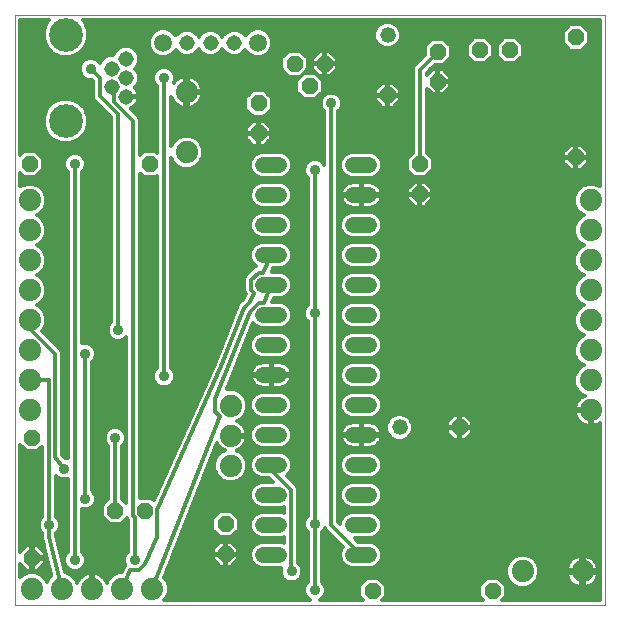
<source format=gbl>
G75*
%MOIN*%
%OFA0B0*%
%FSLAX25Y25*%
%IPPOS*%
%LPD*%
%AMOC8*
5,1,8,0,0,1.08239X$1,22.5*
%
%ADD10C,0.00000*%
%ADD11OC8,0.05200*%
%ADD12C,0.05200*%
%ADD13C,0.05150*%
%ADD14C,0.11220*%
%ADD15C,0.07400*%
%ADD16C,0.05200*%
%ADD17C,0.05937*%
%ADD18C,0.01200*%
%ADD19C,0.03562*%
D10*
X0001600Y0001600D02*
X0001600Y0198450D01*
X0198450Y0198450D01*
X0198450Y0001600D01*
X0001600Y0001600D01*
D11*
X0007350Y0017350D03*
X0035100Y0033100D03*
X0045100Y0033100D03*
X0071850Y0028600D03*
X0071850Y0018600D03*
X0120850Y0006350D03*
X0160850Y0006350D03*
X0149850Y0060850D03*
X0136600Y0138600D03*
X0136600Y0148600D03*
X0125850Y0171600D03*
X0142600Y0176100D03*
X0142600Y0186100D03*
X0156600Y0186600D03*
X0166600Y0186600D03*
X0188600Y0190850D03*
X0188600Y0150850D03*
X0104850Y0182100D03*
X0099850Y0174600D03*
X0094850Y0182100D03*
X0082850Y0168850D03*
X0082850Y0158850D03*
X0046600Y0148600D03*
X0006600Y0148600D03*
X0007350Y0057350D03*
D12*
X0129850Y0060850D03*
X0125850Y0191600D03*
D13*
X0074724Y0189100D03*
X0066850Y0189100D03*
X0058976Y0189100D03*
X0038679Y0183649D03*
X0033954Y0180500D03*
X0038679Y0177350D03*
X0033954Y0174200D03*
X0038679Y0171051D03*
D14*
X0018600Y0162980D03*
X0018600Y0191720D03*
D15*
X0058850Y0172600D03*
X0058850Y0152600D03*
X0006600Y0136600D03*
X0006600Y0126600D03*
X0006600Y0116600D03*
X0006600Y0106600D03*
X0006600Y0096600D03*
X0006600Y0086600D03*
X0006600Y0076600D03*
X0006600Y0066600D03*
X0007350Y0007100D03*
X0017350Y0007100D03*
X0027350Y0007100D03*
X0037350Y0007100D03*
X0047350Y0007100D03*
X0073600Y0048100D03*
X0073600Y0058100D03*
X0073600Y0068100D03*
X0170850Y0012850D03*
X0190850Y0012850D03*
X0193600Y0066600D03*
X0193600Y0076600D03*
X0193600Y0086600D03*
X0193600Y0096600D03*
X0193600Y0106600D03*
X0193600Y0116600D03*
X0193600Y0126600D03*
X0193600Y0136600D03*
D16*
X0119700Y0138350D02*
X0114500Y0138350D01*
X0114500Y0128350D02*
X0119700Y0128350D01*
X0119700Y0118350D02*
X0114500Y0118350D01*
X0114500Y0108350D02*
X0119700Y0108350D01*
X0119700Y0098350D02*
X0114500Y0098350D01*
X0114500Y0088350D02*
X0119700Y0088350D01*
X0119700Y0078350D02*
X0114500Y0078350D01*
X0114500Y0068350D02*
X0119700Y0068350D01*
X0119700Y0058350D02*
X0114500Y0058350D01*
X0114500Y0048350D02*
X0119700Y0048350D01*
X0119700Y0038350D02*
X0114500Y0038350D01*
X0114500Y0028350D02*
X0119700Y0028350D01*
X0119700Y0018350D02*
X0114500Y0018350D01*
X0089700Y0018350D02*
X0084500Y0018350D01*
X0084500Y0028350D02*
X0089700Y0028350D01*
X0089700Y0038350D02*
X0084500Y0038350D01*
X0084500Y0048350D02*
X0089700Y0048350D01*
X0089700Y0058350D02*
X0084500Y0058350D01*
X0084500Y0068350D02*
X0089700Y0068350D01*
X0089700Y0078350D02*
X0084500Y0078350D01*
X0084500Y0088350D02*
X0089700Y0088350D01*
X0089700Y0098350D02*
X0084500Y0098350D01*
X0084500Y0108350D02*
X0089700Y0108350D01*
X0089700Y0118350D02*
X0084500Y0118350D01*
X0084500Y0128350D02*
X0089700Y0128350D01*
X0089700Y0138350D02*
X0084500Y0138350D01*
X0084500Y0148350D02*
X0089700Y0148350D01*
X0114500Y0148350D02*
X0119700Y0148350D01*
D17*
X0082598Y0189100D03*
X0051102Y0189100D03*
D18*
X0046713Y0190965D02*
X0026010Y0190965D01*
X0026010Y0190246D02*
X0026010Y0193194D01*
X0024882Y0195918D01*
X0024200Y0196600D01*
X0196650Y0196600D01*
X0196650Y0141290D01*
X0194694Y0142100D01*
X0192506Y0142100D01*
X0190484Y0141263D01*
X0188937Y0139715D01*
X0188100Y0137694D01*
X0188100Y0135506D01*
X0188937Y0133484D01*
X0190484Y0131937D01*
X0191299Y0131600D01*
X0190484Y0131263D01*
X0188937Y0129715D01*
X0188100Y0127694D01*
X0188100Y0125506D01*
X0188937Y0123484D01*
X0190484Y0121937D01*
X0191299Y0121600D01*
X0190484Y0121263D01*
X0188937Y0119715D01*
X0188100Y0117694D01*
X0188100Y0115506D01*
X0188937Y0113484D01*
X0190484Y0111937D01*
X0191299Y0111600D01*
X0190484Y0111263D01*
X0188937Y0109715D01*
X0188100Y0107694D01*
X0188100Y0105506D01*
X0188937Y0103484D01*
X0190484Y0101937D01*
X0191299Y0101600D01*
X0190484Y0101263D01*
X0188937Y0099715D01*
X0188100Y0097694D01*
X0188100Y0095506D01*
X0188937Y0093484D01*
X0190484Y0091937D01*
X0191299Y0091600D01*
X0190484Y0091263D01*
X0188937Y0089715D01*
X0188100Y0087694D01*
X0188100Y0085506D01*
X0188937Y0083484D01*
X0190484Y0081937D01*
X0191299Y0081600D01*
X0190484Y0081263D01*
X0188937Y0079715D01*
X0188100Y0077694D01*
X0188100Y0075506D01*
X0188937Y0073484D01*
X0190484Y0071937D01*
X0191542Y0071499D01*
X0190822Y0071133D01*
X0190147Y0070643D01*
X0189557Y0070053D01*
X0189067Y0069378D01*
X0188688Y0068634D01*
X0188430Y0067841D01*
X0188300Y0067017D01*
X0188300Y0067000D01*
X0193200Y0067000D01*
X0193200Y0066200D01*
X0194000Y0066200D01*
X0194000Y0061300D01*
X0194017Y0061300D01*
X0194841Y0061430D01*
X0195634Y0061688D01*
X0196378Y0062067D01*
X0196650Y0062265D01*
X0196650Y0003400D01*
X0164123Y0003400D01*
X0165250Y0004527D01*
X0165250Y0008173D01*
X0162673Y0010750D01*
X0159027Y0010750D01*
X0156450Y0008173D01*
X0156450Y0004527D01*
X0157577Y0003400D01*
X0124123Y0003400D01*
X0125250Y0004527D01*
X0125250Y0008173D01*
X0122673Y0010750D01*
X0119027Y0010750D01*
X0116450Y0008173D01*
X0116450Y0004527D01*
X0117577Y0003400D01*
X0103232Y0003400D01*
X0103629Y0003564D01*
X0104636Y0004571D01*
X0105181Y0005888D01*
X0105181Y0007312D01*
X0104636Y0008629D01*
X0104000Y0009264D01*
X0104000Y0025936D01*
X0104636Y0026571D01*
X0104937Y0027299D01*
X0105065Y0026991D01*
X0110992Y0021064D01*
X0110770Y0020842D01*
X0110100Y0019225D01*
X0110100Y0017475D01*
X0110770Y0015858D01*
X0112008Y0014620D01*
X0113625Y0013950D01*
X0120575Y0013950D01*
X0122192Y0014620D01*
X0123430Y0015858D01*
X0124100Y0017475D01*
X0124100Y0019225D01*
X0123430Y0020842D01*
X0122192Y0022080D01*
X0120575Y0022750D01*
X0116094Y0022750D01*
X0114894Y0023950D01*
X0120575Y0023950D01*
X0122192Y0024620D01*
X0123430Y0025858D01*
X0124100Y0027475D01*
X0124100Y0029225D01*
X0123430Y0030842D01*
X0122192Y0032080D01*
X0120575Y0032750D01*
X0113625Y0032750D01*
X0112008Y0032080D01*
X0110770Y0030842D01*
X0110100Y0029225D01*
X0110100Y0028744D01*
X0109500Y0029344D01*
X0109500Y0166186D01*
X0110136Y0166821D01*
X0110681Y0168138D01*
X0110681Y0169562D01*
X0110136Y0170879D01*
X0109129Y0171886D01*
X0107812Y0172431D01*
X0106388Y0172431D01*
X0105071Y0171886D01*
X0104064Y0170879D01*
X0103519Y0169562D01*
X0103519Y0168138D01*
X0104064Y0166821D01*
X0104700Y0166186D01*
X0104700Y0148474D01*
X0104636Y0148629D01*
X0103629Y0149636D01*
X0102312Y0150181D01*
X0100888Y0150181D01*
X0099571Y0149636D01*
X0098564Y0148629D01*
X0098019Y0147312D01*
X0098019Y0145888D01*
X0098564Y0144571D01*
X0099200Y0143936D01*
X0099200Y0101514D01*
X0098564Y0100879D01*
X0098019Y0099562D01*
X0098019Y0098138D01*
X0098564Y0096821D01*
X0099200Y0096186D01*
X0099200Y0031264D01*
X0098564Y0030629D01*
X0098019Y0029312D01*
X0098019Y0027888D01*
X0098564Y0026571D01*
X0099200Y0025936D01*
X0099200Y0009264D01*
X0098564Y0008629D01*
X0098019Y0007312D01*
X0098019Y0005888D01*
X0098564Y0004571D01*
X0099571Y0003564D01*
X0099968Y0003400D01*
X0051428Y0003400D01*
X0052013Y0003984D01*
X0052850Y0006006D01*
X0052850Y0008194D01*
X0052013Y0010215D01*
X0051394Y0010834D01*
X0068950Y0055552D01*
X0069067Y0055322D01*
X0069557Y0054647D01*
X0070147Y0054057D01*
X0070822Y0053567D01*
X0071542Y0053201D01*
X0070484Y0052763D01*
X0068937Y0051215D01*
X0068100Y0049194D01*
X0068100Y0047006D01*
X0068937Y0044984D01*
X0070484Y0043437D01*
X0072506Y0042600D01*
X0074694Y0042600D01*
X0076715Y0043437D01*
X0078263Y0044984D01*
X0079100Y0047006D01*
X0079100Y0049194D01*
X0078263Y0051215D01*
X0076715Y0052763D01*
X0075658Y0053201D01*
X0076378Y0053567D01*
X0077053Y0054057D01*
X0077643Y0054647D01*
X0078133Y0055322D01*
X0078512Y0056066D01*
X0078769Y0056859D01*
X0078900Y0057683D01*
X0078900Y0057700D01*
X0074000Y0057700D01*
X0074000Y0058500D01*
X0078900Y0058500D01*
X0078900Y0058517D01*
X0078769Y0059341D01*
X0078512Y0060134D01*
X0078133Y0060878D01*
X0077643Y0061553D01*
X0077053Y0062143D01*
X0076378Y0062633D01*
X0075658Y0062999D01*
X0076715Y0063437D01*
X0078263Y0064984D01*
X0079100Y0067006D01*
X0079100Y0069194D01*
X0078263Y0071215D01*
X0076715Y0072763D01*
X0074694Y0073600D01*
X0072506Y0073600D01*
X0072389Y0073552D01*
X0081040Y0095587D01*
X0082008Y0094620D01*
X0083625Y0093950D01*
X0090575Y0093950D01*
X0092192Y0094620D01*
X0093430Y0095858D01*
X0094100Y0097475D01*
X0094100Y0099225D01*
X0093430Y0100842D01*
X0092192Y0102080D01*
X0090575Y0102750D01*
X0087480Y0102750D01*
X0087951Y0103950D01*
X0090575Y0103950D01*
X0092192Y0104620D01*
X0093430Y0105858D01*
X0094100Y0107475D01*
X0094100Y0109225D01*
X0093430Y0110842D01*
X0092192Y0112080D01*
X0090575Y0112750D01*
X0087225Y0112750D01*
X0087761Y0113950D01*
X0090575Y0113950D01*
X0092192Y0114620D01*
X0093430Y0115858D01*
X0094100Y0117475D01*
X0094100Y0119225D01*
X0093430Y0120842D01*
X0092192Y0122080D01*
X0090575Y0122750D01*
X0083625Y0122750D01*
X0082008Y0122080D01*
X0080770Y0120842D01*
X0080100Y0119225D01*
X0080100Y0117475D01*
X0080770Y0115858D01*
X0082008Y0114620D01*
X0082030Y0114611D01*
X0081484Y0114385D01*
X0080809Y0113709D01*
X0078465Y0111366D01*
X0078100Y0110484D01*
X0078100Y0106216D01*
X0078465Y0105334D01*
X0078593Y0105206D01*
X0078066Y0104028D01*
X0076776Y0102738D01*
X0076754Y0102728D01*
X0076439Y0102400D01*
X0076117Y0102079D01*
X0076108Y0102057D01*
X0076092Y0102041D01*
X0075926Y0101617D01*
X0075751Y0101197D01*
X0075751Y0101173D01*
X0068285Y0082156D01*
X0047885Y0036537D01*
X0046923Y0037500D01*
X0043500Y0037500D01*
X0043500Y0145477D01*
X0044777Y0144200D01*
X0048423Y0144200D01*
X0048950Y0144727D01*
X0048950Y0080514D01*
X0048314Y0079879D01*
X0047769Y0078562D01*
X0047769Y0077138D01*
X0048314Y0075821D01*
X0049321Y0074814D01*
X0050638Y0074269D01*
X0052062Y0074269D01*
X0053379Y0074814D01*
X0054386Y0075821D01*
X0054931Y0077138D01*
X0054931Y0078562D01*
X0054386Y0079879D01*
X0053750Y0080514D01*
X0053750Y0150540D01*
X0054187Y0149484D01*
X0055734Y0147937D01*
X0057756Y0147100D01*
X0059944Y0147100D01*
X0061965Y0147937D01*
X0063513Y0149484D01*
X0064350Y0151506D01*
X0064350Y0153694D01*
X0063513Y0155715D01*
X0061965Y0157263D01*
X0059944Y0158100D01*
X0057756Y0158100D01*
X0055734Y0157263D01*
X0054187Y0155715D01*
X0053750Y0154660D01*
X0053750Y0171145D01*
X0053938Y0170566D01*
X0054317Y0169822D01*
X0054807Y0169147D01*
X0055397Y0168557D01*
X0056072Y0168067D01*
X0056816Y0167688D01*
X0057609Y0167430D01*
X0058433Y0167300D01*
X0058450Y0167300D01*
X0058450Y0172200D01*
X0059250Y0172200D01*
X0059250Y0173000D01*
X0058450Y0173000D01*
X0058450Y0177900D01*
X0058433Y0177900D01*
X0057609Y0177769D01*
X0056816Y0177512D01*
X0056072Y0177133D01*
X0055397Y0176643D01*
X0054807Y0176053D01*
X0054531Y0175673D01*
X0054931Y0176638D01*
X0054931Y0178062D01*
X0054386Y0179379D01*
X0053379Y0180386D01*
X0052062Y0180931D01*
X0050638Y0180931D01*
X0049321Y0180386D01*
X0048314Y0179379D01*
X0047769Y0178062D01*
X0047769Y0176638D01*
X0048314Y0175321D01*
X0048950Y0174686D01*
X0048950Y0152473D01*
X0048423Y0153000D01*
X0044777Y0153000D01*
X0043500Y0151723D01*
X0043500Y0163486D01*
X0043135Y0164368D01*
X0042459Y0165043D01*
X0040307Y0167195D01*
X0040867Y0167480D01*
X0041398Y0167866D01*
X0041863Y0168331D01*
X0042249Y0168863D01*
X0042548Y0169448D01*
X0042751Y0170073D01*
X0042854Y0170722D01*
X0042854Y0170863D01*
X0038866Y0170863D01*
X0038866Y0171238D01*
X0042854Y0171238D01*
X0042854Y0171379D01*
X0042751Y0172028D01*
X0042548Y0172653D01*
X0042249Y0173239D01*
X0041863Y0173770D01*
X0041575Y0174059D01*
X0042388Y0174872D01*
X0043054Y0176480D01*
X0043054Y0178220D01*
X0042388Y0179828D01*
X0041716Y0180500D01*
X0042388Y0181171D01*
X0043054Y0182779D01*
X0043054Y0184519D01*
X0042388Y0186127D01*
X0041157Y0187358D01*
X0039549Y0188024D01*
X0037809Y0188024D01*
X0036201Y0187358D01*
X0034970Y0186127D01*
X0034451Y0184874D01*
X0033084Y0184874D01*
X0031476Y0184208D01*
X0030246Y0182978D01*
X0029942Y0182244D01*
X0029886Y0182379D01*
X0028879Y0183386D01*
X0027562Y0183931D01*
X0026138Y0183931D01*
X0024821Y0183386D01*
X0023814Y0182379D01*
X0023269Y0181062D01*
X0023269Y0179638D01*
X0023814Y0178321D01*
X0024821Y0177314D01*
X0026138Y0176769D01*
X0027037Y0176769D01*
X0027580Y0176226D01*
X0027580Y0170823D01*
X0027945Y0169941D01*
X0033700Y0164186D01*
X0033700Y0096014D01*
X0033064Y0095379D01*
X0032519Y0094062D01*
X0032519Y0092638D01*
X0033064Y0091321D01*
X0034071Y0090314D01*
X0035388Y0089769D01*
X0036812Y0089769D01*
X0038129Y0090314D01*
X0038700Y0090886D01*
X0038700Y0035723D01*
X0037500Y0036923D01*
X0037500Y0054686D01*
X0038136Y0055321D01*
X0038681Y0056638D01*
X0038681Y0058062D01*
X0038136Y0059379D01*
X0037129Y0060386D01*
X0035812Y0060931D01*
X0034388Y0060931D01*
X0033071Y0060386D01*
X0032064Y0059379D01*
X0031519Y0058062D01*
X0031519Y0056638D01*
X0032064Y0055321D01*
X0032700Y0054686D01*
X0032700Y0036923D01*
X0030700Y0034923D01*
X0030700Y0031277D01*
X0033277Y0028700D01*
X0036923Y0028700D01*
X0038843Y0030620D01*
X0039065Y0030084D01*
X0039200Y0029949D01*
X0039200Y0019264D01*
X0038564Y0018629D01*
X0038019Y0017312D01*
X0038019Y0015888D01*
X0038405Y0014956D01*
X0038329Y0014884D01*
X0038109Y0014677D01*
X0038109Y0014677D01*
X0038109Y0014677D01*
X0037852Y0014102D01*
X0037719Y0013805D01*
X0037180Y0012600D01*
X0036256Y0012600D01*
X0034234Y0011763D01*
X0032687Y0010215D01*
X0032249Y0009158D01*
X0031883Y0009878D01*
X0031393Y0010553D01*
X0030803Y0011143D01*
X0030128Y0011633D01*
X0029384Y0012012D01*
X0028591Y0012269D01*
X0027767Y0012400D01*
X0027750Y0012400D01*
X0027750Y0007500D01*
X0026950Y0007500D01*
X0026950Y0012400D01*
X0026933Y0012400D01*
X0026109Y0012269D01*
X0025316Y0012012D01*
X0024572Y0011633D01*
X0023897Y0011143D01*
X0023307Y0010553D01*
X0022817Y0009878D01*
X0022451Y0009158D01*
X0022013Y0010215D01*
X0020465Y0011763D01*
X0018469Y0012590D01*
X0015500Y0024641D01*
X0015500Y0025686D01*
X0016136Y0026321D01*
X0016681Y0027638D01*
X0016681Y0029062D01*
X0016136Y0030379D01*
X0015500Y0031014D01*
X0015500Y0044636D01*
X0016071Y0044064D01*
X0017388Y0043519D01*
X0018812Y0043519D01*
X0019200Y0043679D01*
X0019200Y0019264D01*
X0018564Y0018629D01*
X0018019Y0017312D01*
X0018019Y0015888D01*
X0018564Y0014571D01*
X0019571Y0013564D01*
X0020888Y0013019D01*
X0022312Y0013019D01*
X0023629Y0013564D01*
X0024636Y0014571D01*
X0025181Y0015888D01*
X0025181Y0017312D01*
X0024636Y0018629D01*
X0024000Y0019264D01*
X0024000Y0033630D01*
X0024269Y0033519D01*
X0025693Y0033519D01*
X0027010Y0034064D01*
X0028017Y0035071D01*
X0028562Y0036388D01*
X0028562Y0037812D01*
X0028017Y0039129D01*
X0027250Y0039896D01*
X0027250Y0082673D01*
X0028017Y0083440D01*
X0028562Y0084757D01*
X0028562Y0086181D01*
X0028017Y0087497D01*
X0027010Y0088505D01*
X0025693Y0089050D01*
X0024269Y0089050D01*
X0024000Y0088939D01*
X0024000Y0145936D01*
X0024636Y0146571D01*
X0025181Y0147888D01*
X0025181Y0149312D01*
X0024636Y0150629D01*
X0023629Y0151636D01*
X0022312Y0152181D01*
X0020888Y0152181D01*
X0019571Y0151636D01*
X0018564Y0150629D01*
X0018019Y0149312D01*
X0018019Y0147888D01*
X0018564Y0146571D01*
X0019200Y0145936D01*
X0019200Y0050520D01*
X0018812Y0050681D01*
X0018309Y0050681D01*
X0017500Y0051692D01*
X0017500Y0085790D01*
X0017135Y0086672D01*
X0010792Y0093014D01*
X0011263Y0093484D01*
X0012100Y0095506D01*
X0012100Y0097694D01*
X0011263Y0099715D01*
X0009715Y0101263D01*
X0008901Y0101600D01*
X0009715Y0101937D01*
X0011263Y0103484D01*
X0012100Y0105506D01*
X0012100Y0107694D01*
X0011263Y0109715D01*
X0009715Y0111263D01*
X0008901Y0111600D01*
X0009715Y0111937D01*
X0011263Y0113484D01*
X0012100Y0115506D01*
X0012100Y0117694D01*
X0011263Y0119715D01*
X0009715Y0121263D01*
X0008901Y0121600D01*
X0009715Y0121937D01*
X0011263Y0123484D01*
X0012100Y0125506D01*
X0012100Y0127694D01*
X0011263Y0129715D01*
X0009715Y0131263D01*
X0008901Y0131600D01*
X0009715Y0131937D01*
X0011263Y0133484D01*
X0012100Y0135506D01*
X0012100Y0137694D01*
X0011263Y0139715D01*
X0009715Y0141263D01*
X0007694Y0142100D01*
X0005506Y0142100D01*
X0003484Y0141263D01*
X0003400Y0141178D01*
X0003400Y0145577D01*
X0004777Y0144200D01*
X0008423Y0144200D01*
X0011000Y0146777D01*
X0011000Y0150423D01*
X0008423Y0153000D01*
X0004777Y0153000D01*
X0003400Y0151623D01*
X0003400Y0196600D01*
X0013000Y0196600D01*
X0012318Y0195918D01*
X0011190Y0193194D01*
X0011190Y0190246D01*
X0012318Y0187523D01*
X0014402Y0185438D01*
X0017126Y0184310D01*
X0020074Y0184310D01*
X0022798Y0185438D01*
X0024882Y0187523D01*
X0026010Y0190246D01*
X0025811Y0189766D02*
X0046333Y0189766D01*
X0046333Y0190049D02*
X0046333Y0188151D01*
X0047059Y0186399D01*
X0048401Y0185057D01*
X0050153Y0184331D01*
X0052050Y0184331D01*
X0053803Y0185057D01*
X0055145Y0186399D01*
X0055252Y0186658D01*
X0055267Y0186622D01*
X0056498Y0185391D01*
X0058106Y0184725D01*
X0059846Y0184725D01*
X0061454Y0185391D01*
X0062685Y0186622D01*
X0062913Y0187173D01*
X0063141Y0186622D01*
X0064372Y0185391D01*
X0065980Y0184725D01*
X0067720Y0184725D01*
X0069328Y0185391D01*
X0070559Y0186622D01*
X0070787Y0187173D01*
X0071015Y0186622D01*
X0072246Y0185391D01*
X0073854Y0184725D01*
X0075594Y0184725D01*
X0077202Y0185391D01*
X0078433Y0186622D01*
X0078448Y0186658D01*
X0078555Y0186399D01*
X0079897Y0185057D01*
X0081650Y0184331D01*
X0083547Y0184331D01*
X0085299Y0185057D01*
X0086641Y0186399D01*
X0087367Y0188151D01*
X0087367Y0190049D01*
X0086641Y0191801D01*
X0085299Y0193143D01*
X0083547Y0193868D01*
X0081650Y0193868D01*
X0079897Y0193143D01*
X0078555Y0191801D01*
X0078448Y0191542D01*
X0078433Y0191578D01*
X0077202Y0192809D01*
X0075594Y0193475D01*
X0073854Y0193475D01*
X0072246Y0192809D01*
X0071015Y0191578D01*
X0070787Y0191027D01*
X0070559Y0191578D01*
X0069328Y0192809D01*
X0067720Y0193475D01*
X0065980Y0193475D01*
X0064372Y0192809D01*
X0063141Y0191578D01*
X0062913Y0191027D01*
X0062685Y0191578D01*
X0061454Y0192809D01*
X0059846Y0193475D01*
X0058106Y0193475D01*
X0056498Y0192809D01*
X0055267Y0191578D01*
X0055252Y0191542D01*
X0055145Y0191801D01*
X0053803Y0193143D01*
X0052050Y0193868D01*
X0050153Y0193868D01*
X0048401Y0193143D01*
X0047059Y0191801D01*
X0046333Y0190049D01*
X0046333Y0188568D02*
X0025315Y0188568D01*
X0024729Y0187369D02*
X0036228Y0187369D01*
X0035013Y0186171D02*
X0023530Y0186171D01*
X0021673Y0184972D02*
X0034492Y0184972D01*
X0031042Y0183774D02*
X0027942Y0183774D01*
X0029689Y0182575D02*
X0030079Y0182575D01*
X0026850Y0180350D02*
X0029980Y0177220D01*
X0029980Y0171300D01*
X0036100Y0165180D01*
X0036100Y0093350D01*
X0033700Y0096282D02*
X0024000Y0096282D01*
X0024000Y0095084D02*
X0032942Y0095084D01*
X0032519Y0093885D02*
X0024000Y0093885D01*
X0024000Y0092687D02*
X0032519Y0092687D01*
X0032995Y0091488D02*
X0024000Y0091488D01*
X0024000Y0090290D02*
X0034130Y0090290D01*
X0038070Y0090290D02*
X0038700Y0090290D01*
X0038700Y0089091D02*
X0024000Y0089091D01*
X0024850Y0085600D02*
X0024981Y0085600D01*
X0024981Y0085469D01*
X0024850Y0085600D02*
X0024850Y0037100D01*
X0024981Y0037100D01*
X0028172Y0038754D02*
X0032700Y0038754D01*
X0032700Y0039952D02*
X0027250Y0039952D01*
X0027250Y0041151D02*
X0032700Y0041151D01*
X0032700Y0042349D02*
X0027250Y0042349D01*
X0027250Y0043548D02*
X0032700Y0043548D01*
X0032700Y0044746D02*
X0027250Y0044746D01*
X0027250Y0045945D02*
X0032700Y0045945D01*
X0032700Y0047143D02*
X0027250Y0047143D01*
X0027250Y0048342D02*
X0032700Y0048342D01*
X0032700Y0049540D02*
X0027250Y0049540D01*
X0027250Y0050739D02*
X0032700Y0050739D01*
X0032700Y0051937D02*
X0027250Y0051937D01*
X0027250Y0053136D02*
X0032700Y0053136D01*
X0032700Y0054334D02*
X0027250Y0054334D01*
X0027250Y0055533D02*
X0031976Y0055533D01*
X0031519Y0056732D02*
X0027250Y0056732D01*
X0027250Y0057930D02*
X0031519Y0057930D01*
X0031961Y0059129D02*
X0027250Y0059129D01*
X0027250Y0060327D02*
X0033013Y0060327D01*
X0035100Y0057350D02*
X0035100Y0033100D01*
X0038066Y0036357D02*
X0038700Y0036357D01*
X0038700Y0037555D02*
X0037500Y0037555D01*
X0037500Y0038754D02*
X0038700Y0038754D01*
X0038700Y0039952D02*
X0037500Y0039952D01*
X0037500Y0041151D02*
X0038700Y0041151D01*
X0038700Y0042349D02*
X0037500Y0042349D01*
X0037500Y0043548D02*
X0038700Y0043548D01*
X0038700Y0044746D02*
X0037500Y0044746D01*
X0037500Y0045945D02*
X0038700Y0045945D01*
X0038700Y0047143D02*
X0037500Y0047143D01*
X0037500Y0048342D02*
X0038700Y0048342D01*
X0038700Y0049540D02*
X0037500Y0049540D01*
X0037500Y0050739D02*
X0038700Y0050739D01*
X0038700Y0051937D02*
X0037500Y0051937D01*
X0037500Y0053136D02*
X0038700Y0053136D01*
X0038700Y0054334D02*
X0037500Y0054334D01*
X0038224Y0055533D02*
X0038700Y0055533D01*
X0038681Y0056732D02*
X0038700Y0056732D01*
X0038681Y0057930D02*
X0038700Y0057930D01*
X0038700Y0059129D02*
X0038239Y0059129D01*
X0038700Y0060327D02*
X0037187Y0060327D01*
X0038700Y0061526D02*
X0027250Y0061526D01*
X0027250Y0062724D02*
X0038700Y0062724D01*
X0038700Y0063923D02*
X0027250Y0063923D01*
X0027250Y0065121D02*
X0038700Y0065121D01*
X0038700Y0066320D02*
X0027250Y0066320D01*
X0027250Y0067518D02*
X0038700Y0067518D01*
X0038700Y0068717D02*
X0027250Y0068717D01*
X0027250Y0069915D02*
X0038700Y0069915D01*
X0038700Y0071114D02*
X0027250Y0071114D01*
X0027250Y0072312D02*
X0038700Y0072312D01*
X0038700Y0073511D02*
X0027250Y0073511D01*
X0027250Y0074709D02*
X0038700Y0074709D01*
X0038700Y0075908D02*
X0027250Y0075908D01*
X0027250Y0077106D02*
X0038700Y0077106D01*
X0038700Y0078305D02*
X0027250Y0078305D01*
X0027250Y0079503D02*
X0038700Y0079503D01*
X0038700Y0080702D02*
X0027250Y0080702D01*
X0027250Y0081900D02*
X0038700Y0081900D01*
X0038700Y0083099D02*
X0027675Y0083099D01*
X0028372Y0084297D02*
X0038700Y0084297D01*
X0038700Y0085496D02*
X0028562Y0085496D01*
X0028350Y0086694D02*
X0038700Y0086694D01*
X0038700Y0087893D02*
X0027622Y0087893D01*
X0019200Y0087893D02*
X0015914Y0087893D01*
X0017112Y0086694D02*
X0019200Y0086694D01*
X0019200Y0085496D02*
X0017500Y0085496D01*
X0017500Y0084297D02*
X0019200Y0084297D01*
X0019200Y0083099D02*
X0017500Y0083099D01*
X0017500Y0081900D02*
X0019200Y0081900D01*
X0019200Y0080702D02*
X0017500Y0080702D01*
X0017500Y0079503D02*
X0019200Y0079503D01*
X0019200Y0078305D02*
X0017500Y0078305D01*
X0017500Y0077106D02*
X0019200Y0077106D01*
X0019200Y0075908D02*
X0017500Y0075908D01*
X0017500Y0074709D02*
X0019200Y0074709D01*
X0019200Y0073511D02*
X0017500Y0073511D01*
X0017500Y0072312D02*
X0019200Y0072312D01*
X0019200Y0071114D02*
X0017500Y0071114D01*
X0017500Y0069915D02*
X0019200Y0069915D01*
X0019200Y0068717D02*
X0017500Y0068717D01*
X0017500Y0067518D02*
X0019200Y0067518D01*
X0019200Y0066320D02*
X0017500Y0066320D01*
X0017500Y0065121D02*
X0019200Y0065121D01*
X0019200Y0063923D02*
X0017500Y0063923D01*
X0017500Y0062724D02*
X0019200Y0062724D01*
X0019200Y0061526D02*
X0017500Y0061526D01*
X0017500Y0060327D02*
X0019200Y0060327D01*
X0019200Y0059129D02*
X0017500Y0059129D01*
X0017500Y0057930D02*
X0019200Y0057930D01*
X0019200Y0056732D02*
X0017500Y0056732D01*
X0017500Y0055533D02*
X0019200Y0055533D01*
X0019200Y0054334D02*
X0017500Y0054334D01*
X0017500Y0053136D02*
X0019200Y0053136D01*
X0019200Y0051937D02*
X0017500Y0051937D01*
X0018262Y0050739D02*
X0019200Y0050739D01*
X0018100Y0047100D02*
X0015100Y0050850D01*
X0015100Y0085313D01*
X0006600Y0093812D01*
X0006600Y0096600D01*
X0011692Y0098679D02*
X0019200Y0098679D01*
X0019200Y0097481D02*
X0012100Y0097481D01*
X0012100Y0096282D02*
X0019200Y0096282D01*
X0019200Y0095084D02*
X0011925Y0095084D01*
X0011429Y0093885D02*
X0019200Y0093885D01*
X0019200Y0092687D02*
X0011120Y0092687D01*
X0012318Y0091488D02*
X0019200Y0091488D01*
X0019200Y0090290D02*
X0013517Y0090290D01*
X0014715Y0089091D02*
X0019200Y0089091D01*
X0024000Y0097481D02*
X0033700Y0097481D01*
X0033700Y0098679D02*
X0024000Y0098679D01*
X0024000Y0099878D02*
X0033700Y0099878D01*
X0033700Y0101076D02*
X0024000Y0101076D01*
X0024000Y0102275D02*
X0033700Y0102275D01*
X0033700Y0103473D02*
X0024000Y0103473D01*
X0024000Y0104672D02*
X0033700Y0104672D01*
X0033700Y0105870D02*
X0024000Y0105870D01*
X0024000Y0107069D02*
X0033700Y0107069D01*
X0033700Y0108268D02*
X0024000Y0108268D01*
X0024000Y0109466D02*
X0033700Y0109466D01*
X0033700Y0110665D02*
X0024000Y0110665D01*
X0024000Y0111863D02*
X0033700Y0111863D01*
X0033700Y0113062D02*
X0024000Y0113062D01*
X0024000Y0114260D02*
X0033700Y0114260D01*
X0033700Y0115459D02*
X0024000Y0115459D01*
X0024000Y0116657D02*
X0033700Y0116657D01*
X0033700Y0117856D02*
X0024000Y0117856D01*
X0024000Y0119054D02*
X0033700Y0119054D01*
X0033700Y0120253D02*
X0024000Y0120253D01*
X0024000Y0121451D02*
X0033700Y0121451D01*
X0033700Y0122650D02*
X0024000Y0122650D01*
X0024000Y0123848D02*
X0033700Y0123848D01*
X0033700Y0125047D02*
X0024000Y0125047D01*
X0024000Y0126245D02*
X0033700Y0126245D01*
X0033700Y0127444D02*
X0024000Y0127444D01*
X0024000Y0128642D02*
X0033700Y0128642D01*
X0033700Y0129841D02*
X0024000Y0129841D01*
X0024000Y0131039D02*
X0033700Y0131039D01*
X0033700Y0132238D02*
X0024000Y0132238D01*
X0024000Y0133436D02*
X0033700Y0133436D01*
X0033700Y0134635D02*
X0024000Y0134635D01*
X0024000Y0135833D02*
X0033700Y0135833D01*
X0033700Y0137032D02*
X0024000Y0137032D01*
X0024000Y0138230D02*
X0033700Y0138230D01*
X0033700Y0139429D02*
X0024000Y0139429D01*
X0024000Y0140627D02*
X0033700Y0140627D01*
X0033700Y0141826D02*
X0024000Y0141826D01*
X0024000Y0143024D02*
X0033700Y0143024D01*
X0033700Y0144223D02*
X0024000Y0144223D01*
X0024000Y0145421D02*
X0033700Y0145421D01*
X0033700Y0146620D02*
X0024656Y0146620D01*
X0025152Y0147818D02*
X0033700Y0147818D01*
X0033700Y0149017D02*
X0025181Y0149017D01*
X0024807Y0150215D02*
X0033700Y0150215D01*
X0033700Y0151414D02*
X0023851Y0151414D01*
X0021600Y0148600D02*
X0021600Y0016600D01*
X0024739Y0018379D02*
X0038461Y0018379D01*
X0038019Y0017181D02*
X0025181Y0017181D01*
X0025181Y0015982D02*
X0038019Y0015982D01*
X0038222Y0014784D02*
X0024724Y0014784D01*
X0023650Y0013585D02*
X0037621Y0013585D01*
X0037719Y0013805D02*
X0037719Y0013805D01*
X0035741Y0012387D02*
X0027852Y0012387D01*
X0027750Y0012387D02*
X0026950Y0012387D01*
X0026848Y0012387D02*
X0018959Y0012387D01*
X0019550Y0013585D02*
X0018224Y0013585D01*
X0018476Y0014784D02*
X0017929Y0014784D01*
X0018019Y0015982D02*
X0017633Y0015982D01*
X0017338Y0017181D02*
X0018019Y0017181D01*
X0018461Y0018379D02*
X0017043Y0018379D01*
X0016748Y0019578D02*
X0019200Y0019578D01*
X0019200Y0020776D02*
X0016452Y0020776D01*
X0016157Y0021975D02*
X0019200Y0021975D01*
X0019200Y0023173D02*
X0015862Y0023173D01*
X0015566Y0024372D02*
X0019200Y0024372D01*
X0019200Y0025570D02*
X0015500Y0025570D01*
X0016321Y0026769D02*
X0019200Y0026769D01*
X0019200Y0027967D02*
X0016681Y0027967D01*
X0016638Y0029166D02*
X0019200Y0029166D01*
X0019200Y0030364D02*
X0016142Y0030364D01*
X0015500Y0031563D02*
X0019200Y0031563D01*
X0019200Y0032761D02*
X0015500Y0032761D01*
X0015500Y0033960D02*
X0019200Y0033960D01*
X0019200Y0035158D02*
X0015500Y0035158D01*
X0015500Y0036357D02*
X0019200Y0036357D01*
X0019200Y0037555D02*
X0015500Y0037555D01*
X0015500Y0038754D02*
X0019200Y0038754D01*
X0019200Y0039952D02*
X0015500Y0039952D01*
X0015500Y0041151D02*
X0019200Y0041151D01*
X0019200Y0042349D02*
X0015500Y0042349D01*
X0015500Y0043548D02*
X0017318Y0043548D01*
X0018882Y0043548D02*
X0019200Y0043548D01*
X0010700Y0043548D02*
X0003400Y0043548D01*
X0003400Y0044746D02*
X0010700Y0044746D01*
X0010700Y0045945D02*
X0003400Y0045945D01*
X0003400Y0047143D02*
X0010700Y0047143D01*
X0010700Y0048342D02*
X0003400Y0048342D01*
X0003400Y0049540D02*
X0010700Y0049540D01*
X0010700Y0050739D02*
X0003400Y0050739D01*
X0003400Y0051937D02*
X0010700Y0051937D01*
X0010700Y0053136D02*
X0009359Y0053136D01*
X0009173Y0052950D02*
X0010700Y0054477D01*
X0010700Y0031014D01*
X0010064Y0030379D01*
X0009519Y0029062D01*
X0009519Y0027638D01*
X0010064Y0026321D01*
X0010700Y0025686D01*
X0010700Y0024532D01*
X0010655Y0024239D01*
X0010700Y0024059D01*
X0010700Y0023873D01*
X0010813Y0023599D01*
X0013829Y0011357D01*
X0012687Y0010215D01*
X0012350Y0009401D01*
X0012013Y0010215D01*
X0010465Y0011763D01*
X0008444Y0012600D01*
X0006256Y0012600D01*
X0004234Y0011763D01*
X0003400Y0010928D01*
X0003400Y0015360D01*
X0005610Y0013150D01*
X0007150Y0013150D01*
X0007150Y0017150D01*
X0007550Y0017150D01*
X0007550Y0017550D01*
X0007150Y0017550D01*
X0007150Y0021550D01*
X0005610Y0021550D01*
X0003400Y0019340D01*
X0003400Y0055077D01*
X0005527Y0052950D01*
X0009173Y0052950D01*
X0010557Y0054334D02*
X0010700Y0054334D01*
X0005341Y0053136D02*
X0003400Y0053136D01*
X0003400Y0054334D02*
X0004143Y0054334D01*
X0003400Y0042349D02*
X0010700Y0042349D01*
X0010700Y0041151D02*
X0003400Y0041151D01*
X0003400Y0039952D02*
X0010700Y0039952D01*
X0010700Y0038754D02*
X0003400Y0038754D01*
X0003400Y0037555D02*
X0010700Y0037555D01*
X0010700Y0036357D02*
X0003400Y0036357D01*
X0003400Y0035158D02*
X0010700Y0035158D01*
X0010700Y0033960D02*
X0003400Y0033960D01*
X0003400Y0032761D02*
X0010700Y0032761D01*
X0010700Y0031563D02*
X0003400Y0031563D01*
X0003400Y0030364D02*
X0010058Y0030364D01*
X0009562Y0029166D02*
X0003400Y0029166D01*
X0003400Y0027967D02*
X0009519Y0027967D01*
X0009879Y0026769D02*
X0003400Y0026769D01*
X0003400Y0025570D02*
X0010700Y0025570D01*
X0010676Y0024372D02*
X0003400Y0024372D01*
X0003400Y0023173D02*
X0010918Y0023173D01*
X0011213Y0021975D02*
X0003400Y0021975D01*
X0003400Y0020776D02*
X0004837Y0020776D01*
X0003638Y0019578D02*
X0003400Y0019578D01*
X0007150Y0019578D02*
X0007550Y0019578D01*
X0007550Y0020776D02*
X0007150Y0020776D01*
X0007550Y0021550D02*
X0007550Y0017550D01*
X0011550Y0017550D01*
X0011550Y0019090D01*
X0009090Y0021550D01*
X0007550Y0021550D01*
X0009863Y0020776D02*
X0011509Y0020776D01*
X0011804Y0019578D02*
X0011062Y0019578D01*
X0011550Y0018379D02*
X0012099Y0018379D01*
X0012395Y0017181D02*
X0007550Y0017181D01*
X0007550Y0017150D02*
X0011550Y0017150D01*
X0011550Y0015610D01*
X0009090Y0013150D01*
X0007550Y0013150D01*
X0007550Y0017150D01*
X0007550Y0015982D02*
X0007150Y0015982D01*
X0007150Y0014784D02*
X0007550Y0014784D01*
X0007550Y0013585D02*
X0007150Y0013585D01*
X0005741Y0012387D02*
X0003400Y0012387D01*
X0003400Y0013585D02*
X0005175Y0013585D01*
X0003977Y0014784D02*
X0003400Y0014784D01*
X0003400Y0011188D02*
X0003660Y0011188D01*
X0008959Y0012387D02*
X0013576Y0012387D01*
X0013660Y0011188D02*
X0011040Y0011188D01*
X0012106Y0009990D02*
X0012594Y0009990D01*
X0013280Y0013585D02*
X0009525Y0013585D01*
X0010723Y0014784D02*
X0012985Y0014784D01*
X0012690Y0015982D02*
X0011550Y0015982D01*
X0007550Y0018379D02*
X0007150Y0018379D01*
X0013100Y0024350D02*
X0017350Y0007100D01*
X0021040Y0011188D02*
X0023960Y0011188D01*
X0022898Y0009990D02*
X0022106Y0009990D01*
X0026950Y0009990D02*
X0027750Y0009990D01*
X0027750Y0011188D02*
X0026950Y0011188D01*
X0026950Y0008791D02*
X0027750Y0008791D01*
X0027750Y0007593D02*
X0026950Y0007593D01*
X0030740Y0011188D02*
X0033660Y0011188D01*
X0032594Y0009990D02*
X0031802Y0009990D01*
X0037350Y0007100D02*
X0040105Y0013261D01*
X0040199Y0013219D01*
X0043001Y0013219D01*
X0044981Y0015199D01*
X0049100Y0024410D01*
X0049100Y0033375D01*
X0070499Y0081227D01*
X0078151Y0100719D01*
X0080077Y0102644D01*
X0081459Y0105735D01*
X0080500Y0106693D01*
X0080500Y0110007D01*
X0082843Y0112350D01*
X0084417Y0112350D01*
X0087100Y0118350D01*
X0083383Y0122650D02*
X0053750Y0122650D01*
X0053750Y0123848D02*
X0099200Y0123848D01*
X0099200Y0122650D02*
X0090817Y0122650D01*
X0090575Y0123950D02*
X0092192Y0124620D01*
X0093430Y0125858D01*
X0094100Y0127475D01*
X0094100Y0129225D01*
X0093430Y0130842D01*
X0092192Y0132080D01*
X0090575Y0132750D01*
X0083625Y0132750D01*
X0082008Y0132080D01*
X0080770Y0130842D01*
X0080100Y0129225D01*
X0080100Y0127475D01*
X0080770Y0125858D01*
X0082008Y0124620D01*
X0083625Y0123950D01*
X0090575Y0123950D01*
X0092619Y0125047D02*
X0099200Y0125047D01*
X0099200Y0126245D02*
X0093591Y0126245D01*
X0094087Y0127444D02*
X0099200Y0127444D01*
X0099200Y0128642D02*
X0094100Y0128642D01*
X0093845Y0129841D02*
X0099200Y0129841D01*
X0099200Y0131039D02*
X0093233Y0131039D01*
X0091812Y0132238D02*
X0099200Y0132238D01*
X0099200Y0133436D02*
X0053750Y0133436D01*
X0053750Y0132238D02*
X0082388Y0132238D01*
X0080967Y0131039D02*
X0053750Y0131039D01*
X0053750Y0129841D02*
X0080355Y0129841D01*
X0080100Y0128642D02*
X0053750Y0128642D01*
X0053750Y0127444D02*
X0080113Y0127444D01*
X0080609Y0126245D02*
X0053750Y0126245D01*
X0053750Y0125047D02*
X0081581Y0125047D01*
X0081379Y0121451D02*
X0053750Y0121451D01*
X0053750Y0120253D02*
X0080526Y0120253D01*
X0080100Y0119054D02*
X0053750Y0119054D01*
X0053750Y0117856D02*
X0080100Y0117856D01*
X0080439Y0116657D02*
X0053750Y0116657D01*
X0053750Y0115459D02*
X0081169Y0115459D01*
X0081359Y0114260D02*
X0053750Y0114260D01*
X0053750Y0113062D02*
X0080161Y0113062D01*
X0078962Y0111863D02*
X0053750Y0111863D01*
X0053750Y0110665D02*
X0078175Y0110665D01*
X0078100Y0109466D02*
X0053750Y0109466D01*
X0053750Y0108268D02*
X0078100Y0108268D01*
X0078100Y0107069D02*
X0053750Y0107069D01*
X0053750Y0105870D02*
X0078243Y0105870D01*
X0078354Y0104672D02*
X0053750Y0104672D01*
X0053750Y0103473D02*
X0077512Y0103473D01*
X0076313Y0102275D02*
X0053750Y0102275D01*
X0053750Y0101076D02*
X0075713Y0101076D01*
X0075243Y0099878D02*
X0053750Y0099878D01*
X0053750Y0098679D02*
X0074772Y0098679D01*
X0074302Y0097481D02*
X0053750Y0097481D01*
X0053750Y0096282D02*
X0073831Y0096282D01*
X0073361Y0095084D02*
X0053750Y0095084D01*
X0053750Y0093885D02*
X0072890Y0093885D01*
X0072420Y0092687D02*
X0053750Y0092687D01*
X0053750Y0091488D02*
X0071949Y0091488D01*
X0071479Y0090290D02*
X0053750Y0090290D01*
X0053750Y0089091D02*
X0071008Y0089091D01*
X0070538Y0087893D02*
X0053750Y0087893D01*
X0053750Y0086694D02*
X0070067Y0086694D01*
X0069597Y0085496D02*
X0053750Y0085496D01*
X0053750Y0084297D02*
X0069126Y0084297D01*
X0068655Y0083099D02*
X0053750Y0083099D01*
X0053750Y0081900D02*
X0068171Y0081900D01*
X0067635Y0080702D02*
X0053750Y0080702D01*
X0054541Y0079503D02*
X0067099Y0079503D01*
X0066563Y0078305D02*
X0054931Y0078305D01*
X0054918Y0077106D02*
X0066027Y0077106D01*
X0065491Y0075908D02*
X0054422Y0075908D01*
X0053125Y0074709D02*
X0064955Y0074709D01*
X0064419Y0073511D02*
X0043500Y0073511D01*
X0043500Y0074709D02*
X0049575Y0074709D01*
X0048278Y0075908D02*
X0043500Y0075908D01*
X0043500Y0077106D02*
X0047782Y0077106D01*
X0047769Y0078305D02*
X0043500Y0078305D01*
X0043500Y0079503D02*
X0048159Y0079503D01*
X0048950Y0080702D02*
X0043500Y0080702D01*
X0043500Y0081900D02*
X0048950Y0081900D01*
X0048950Y0083099D02*
X0043500Y0083099D01*
X0043500Y0084297D02*
X0048950Y0084297D01*
X0048950Y0085496D02*
X0043500Y0085496D01*
X0043500Y0086694D02*
X0048950Y0086694D01*
X0048950Y0087893D02*
X0043500Y0087893D01*
X0043500Y0089091D02*
X0048950Y0089091D01*
X0048950Y0090290D02*
X0043500Y0090290D01*
X0043500Y0091488D02*
X0048950Y0091488D01*
X0048950Y0092687D02*
X0043500Y0092687D01*
X0043500Y0093885D02*
X0048950Y0093885D01*
X0048950Y0095084D02*
X0043500Y0095084D01*
X0043500Y0096282D02*
X0048950Y0096282D01*
X0048950Y0097481D02*
X0043500Y0097481D01*
X0043500Y0098679D02*
X0048950Y0098679D01*
X0048950Y0099878D02*
X0043500Y0099878D01*
X0043500Y0101076D02*
X0048950Y0101076D01*
X0048950Y0102275D02*
X0043500Y0102275D01*
X0043500Y0103473D02*
X0048950Y0103473D01*
X0048950Y0104672D02*
X0043500Y0104672D01*
X0043500Y0105870D02*
X0048950Y0105870D01*
X0048950Y0107069D02*
X0043500Y0107069D01*
X0043500Y0108268D02*
X0048950Y0108268D01*
X0048950Y0109466D02*
X0043500Y0109466D01*
X0043500Y0110665D02*
X0048950Y0110665D01*
X0048950Y0111863D02*
X0043500Y0111863D01*
X0043500Y0113062D02*
X0048950Y0113062D01*
X0048950Y0114260D02*
X0043500Y0114260D01*
X0043500Y0115459D02*
X0048950Y0115459D01*
X0048950Y0116657D02*
X0043500Y0116657D01*
X0043500Y0117856D02*
X0048950Y0117856D01*
X0048950Y0119054D02*
X0043500Y0119054D01*
X0043500Y0120253D02*
X0048950Y0120253D01*
X0048950Y0121451D02*
X0043500Y0121451D01*
X0043500Y0122650D02*
X0048950Y0122650D01*
X0048950Y0123848D02*
X0043500Y0123848D01*
X0043500Y0125047D02*
X0048950Y0125047D01*
X0048950Y0126245D02*
X0043500Y0126245D01*
X0043500Y0127444D02*
X0048950Y0127444D01*
X0048950Y0128642D02*
X0043500Y0128642D01*
X0043500Y0129841D02*
X0048950Y0129841D01*
X0048950Y0131039D02*
X0043500Y0131039D01*
X0043500Y0132238D02*
X0048950Y0132238D01*
X0048950Y0133436D02*
X0043500Y0133436D01*
X0043500Y0134635D02*
X0048950Y0134635D01*
X0048950Y0135833D02*
X0043500Y0135833D01*
X0043500Y0137032D02*
X0048950Y0137032D01*
X0048950Y0138230D02*
X0043500Y0138230D01*
X0043500Y0139429D02*
X0048950Y0139429D01*
X0048950Y0140627D02*
X0043500Y0140627D01*
X0043500Y0141826D02*
X0048950Y0141826D01*
X0048950Y0143024D02*
X0043500Y0143024D01*
X0043500Y0144223D02*
X0044755Y0144223D01*
X0043556Y0145421D02*
X0043500Y0145421D01*
X0048445Y0144223D02*
X0048950Y0144223D01*
X0053750Y0144223D02*
X0082966Y0144223D01*
X0083625Y0143950D02*
X0090575Y0143950D01*
X0092192Y0144620D01*
X0093430Y0145858D01*
X0094100Y0147475D01*
X0094100Y0149225D01*
X0093430Y0150842D01*
X0092192Y0152080D01*
X0090575Y0152750D01*
X0083625Y0152750D01*
X0082008Y0152080D01*
X0080770Y0150842D01*
X0080100Y0149225D01*
X0080100Y0147475D01*
X0080770Y0145858D01*
X0082008Y0144620D01*
X0083625Y0143950D01*
X0083625Y0142750D02*
X0082008Y0142080D01*
X0080770Y0140842D01*
X0080100Y0139225D01*
X0080100Y0137475D01*
X0080770Y0135858D01*
X0082008Y0134620D01*
X0083625Y0133950D01*
X0090575Y0133950D01*
X0092192Y0134620D01*
X0093430Y0135858D01*
X0094100Y0137475D01*
X0094100Y0139225D01*
X0093430Y0140842D01*
X0092192Y0142080D01*
X0090575Y0142750D01*
X0083625Y0142750D01*
X0081753Y0141826D02*
X0053750Y0141826D01*
X0053750Y0143024D02*
X0099200Y0143024D01*
X0099200Y0141826D02*
X0092447Y0141826D01*
X0093519Y0140627D02*
X0099200Y0140627D01*
X0099200Y0139429D02*
X0094016Y0139429D01*
X0094100Y0138230D02*
X0099200Y0138230D01*
X0099200Y0137032D02*
X0093916Y0137032D01*
X0093406Y0135833D02*
X0099200Y0135833D01*
X0099200Y0134635D02*
X0092207Y0134635D01*
X0091234Y0144223D02*
X0098913Y0144223D01*
X0098212Y0145421D02*
X0092994Y0145421D01*
X0093746Y0146620D02*
X0098019Y0146620D01*
X0098229Y0147818D02*
X0094100Y0147818D01*
X0094100Y0149017D02*
X0098952Y0149017D01*
X0101600Y0146600D02*
X0101600Y0098850D01*
X0101600Y0028600D01*
X0101600Y0006600D01*
X0104894Y0005196D02*
X0116450Y0005196D01*
X0116450Y0006394D02*
X0105181Y0006394D01*
X0105065Y0007593D02*
X0116450Y0007593D01*
X0117069Y0008791D02*
X0104473Y0008791D01*
X0104000Y0009990D02*
X0118267Y0009990D01*
X0123433Y0009990D02*
X0158267Y0009990D01*
X0157069Y0008791D02*
X0124631Y0008791D01*
X0125250Y0007593D02*
X0156450Y0007593D01*
X0156450Y0006394D02*
X0125250Y0006394D01*
X0125250Y0005196D02*
X0156450Y0005196D01*
X0156980Y0003997D02*
X0124720Y0003997D01*
X0116980Y0003997D02*
X0104061Y0003997D01*
X0099139Y0003997D02*
X0052018Y0003997D01*
X0052514Y0005196D02*
X0098306Y0005196D01*
X0098019Y0006394D02*
X0052850Y0006394D01*
X0052850Y0007593D02*
X0098135Y0007593D01*
X0098727Y0008791D02*
X0052603Y0008791D01*
X0052106Y0009990D02*
X0091646Y0009990D01*
X0091821Y0009814D02*
X0093138Y0009269D01*
X0094562Y0009269D01*
X0095879Y0009814D01*
X0096886Y0010821D01*
X0097431Y0012138D01*
X0097431Y0013562D01*
X0096886Y0014879D01*
X0096100Y0015664D01*
X0096100Y0040484D01*
X0095735Y0041366D01*
X0095059Y0042041D01*
X0092337Y0044764D01*
X0093430Y0045858D01*
X0094100Y0047475D01*
X0094100Y0049225D01*
X0093430Y0050842D01*
X0092192Y0052080D01*
X0090575Y0052750D01*
X0083625Y0052750D01*
X0082008Y0052080D01*
X0080770Y0050842D01*
X0080100Y0049225D01*
X0080100Y0047475D01*
X0080770Y0045858D01*
X0082008Y0044620D01*
X0083625Y0043950D01*
X0086363Y0043950D01*
X0087563Y0042750D01*
X0083625Y0042750D01*
X0082008Y0042080D01*
X0080770Y0040842D01*
X0080100Y0039225D01*
X0080100Y0037475D01*
X0080770Y0035858D01*
X0082008Y0034620D01*
X0083625Y0033950D01*
X0090575Y0033950D01*
X0091300Y0034250D01*
X0091300Y0032450D01*
X0090575Y0032750D01*
X0083625Y0032750D01*
X0082008Y0032080D01*
X0080770Y0030842D01*
X0080100Y0029225D01*
X0080100Y0027475D01*
X0080770Y0025858D01*
X0082008Y0024620D01*
X0083625Y0023950D01*
X0090575Y0023950D01*
X0091300Y0024250D01*
X0091300Y0022450D01*
X0090575Y0022750D01*
X0083625Y0022750D01*
X0082008Y0022080D01*
X0080770Y0020842D01*
X0080100Y0019225D01*
X0080100Y0017475D01*
X0080770Y0015858D01*
X0082008Y0014620D01*
X0083625Y0013950D01*
X0090429Y0013950D01*
X0090269Y0013562D01*
X0090269Y0012138D01*
X0090814Y0010821D01*
X0091821Y0009814D01*
X0090662Y0011188D02*
X0051533Y0011188D01*
X0052004Y0012387D02*
X0090269Y0012387D01*
X0090278Y0013585D02*
X0052474Y0013585D01*
X0052945Y0014784D02*
X0069727Y0014784D01*
X0070110Y0014400D02*
X0067650Y0016860D01*
X0067650Y0018400D01*
X0071650Y0018400D01*
X0071650Y0018800D01*
X0071650Y0022800D01*
X0070110Y0022800D01*
X0067650Y0020340D01*
X0067650Y0018800D01*
X0071650Y0018800D01*
X0072050Y0018800D01*
X0072050Y0022800D01*
X0073590Y0022800D01*
X0076050Y0020340D01*
X0076050Y0018800D01*
X0072050Y0018800D01*
X0072050Y0018400D01*
X0076050Y0018400D01*
X0076050Y0016860D01*
X0073590Y0014400D01*
X0072050Y0014400D01*
X0072050Y0018400D01*
X0071650Y0018400D01*
X0071650Y0014400D01*
X0070110Y0014400D01*
X0071650Y0014784D02*
X0072050Y0014784D01*
X0072050Y0015982D02*
X0071650Y0015982D01*
X0071650Y0017181D02*
X0072050Y0017181D01*
X0072050Y0018379D02*
X0071650Y0018379D01*
X0071650Y0019578D02*
X0072050Y0019578D01*
X0072050Y0020776D02*
X0071650Y0020776D01*
X0071650Y0021975D02*
X0072050Y0021975D01*
X0073673Y0024200D02*
X0070027Y0024200D01*
X0067450Y0026777D01*
X0067450Y0030423D01*
X0070027Y0033000D01*
X0073673Y0033000D01*
X0076250Y0030423D01*
X0076250Y0026777D01*
X0073673Y0024200D01*
X0073844Y0024372D02*
X0082607Y0024372D01*
X0081057Y0025570D02*
X0075043Y0025570D01*
X0076241Y0026769D02*
X0080392Y0026769D01*
X0080100Y0027967D02*
X0076250Y0027967D01*
X0076250Y0029166D02*
X0080100Y0029166D01*
X0080572Y0030364D02*
X0076250Y0030364D01*
X0075110Y0031563D02*
X0081490Y0031563D01*
X0083601Y0033960D02*
X0060473Y0033960D01*
X0060944Y0035158D02*
X0081469Y0035158D01*
X0080563Y0036357D02*
X0061414Y0036357D01*
X0061885Y0037555D02*
X0080100Y0037555D01*
X0080100Y0038754D02*
X0062355Y0038754D01*
X0062826Y0039952D02*
X0080401Y0039952D01*
X0081078Y0041151D02*
X0063296Y0041151D01*
X0063767Y0042349D02*
X0082658Y0042349D01*
X0081881Y0044746D02*
X0078025Y0044746D01*
X0078660Y0045945D02*
X0080734Y0045945D01*
X0080237Y0047143D02*
X0079100Y0047143D01*
X0079100Y0048342D02*
X0080100Y0048342D01*
X0080231Y0049540D02*
X0078956Y0049540D01*
X0078460Y0050739D02*
X0080727Y0050739D01*
X0081865Y0051937D02*
X0077541Y0051937D01*
X0075814Y0053136D02*
X0099200Y0053136D01*
X0099200Y0054334D02*
X0091503Y0054334D01*
X0092192Y0054620D02*
X0093430Y0055858D01*
X0094100Y0057475D01*
X0094100Y0059225D01*
X0093430Y0060842D01*
X0092192Y0062080D01*
X0090575Y0062750D01*
X0083625Y0062750D01*
X0082008Y0062080D01*
X0080770Y0060842D01*
X0080100Y0059225D01*
X0080100Y0057475D01*
X0080770Y0055858D01*
X0082008Y0054620D01*
X0083625Y0053950D01*
X0090575Y0053950D01*
X0092192Y0054620D01*
X0093106Y0055533D02*
X0099200Y0055533D01*
X0099200Y0056732D02*
X0093792Y0056732D01*
X0094100Y0057930D02*
X0099200Y0057930D01*
X0099200Y0059129D02*
X0094100Y0059129D01*
X0093644Y0060327D02*
X0099200Y0060327D01*
X0099200Y0061526D02*
X0092747Y0061526D01*
X0090638Y0062724D02*
X0099200Y0062724D01*
X0099200Y0063923D02*
X0077201Y0063923D01*
X0076199Y0062724D02*
X0083562Y0062724D01*
X0083625Y0063950D02*
X0090575Y0063950D01*
X0092192Y0064620D01*
X0093430Y0065858D01*
X0094100Y0067475D01*
X0094100Y0069225D01*
X0093430Y0070842D01*
X0092192Y0072080D01*
X0090575Y0072750D01*
X0083625Y0072750D01*
X0082008Y0072080D01*
X0080770Y0070842D01*
X0080100Y0069225D01*
X0080100Y0067475D01*
X0080770Y0065858D01*
X0082008Y0064620D01*
X0083625Y0063950D01*
X0081506Y0065121D02*
X0078319Y0065121D01*
X0078816Y0066320D02*
X0080578Y0066320D01*
X0080100Y0067518D02*
X0079100Y0067518D01*
X0079100Y0068717D02*
X0080100Y0068717D01*
X0080386Y0069915D02*
X0078801Y0069915D01*
X0078305Y0071114D02*
X0081041Y0071114D01*
X0082568Y0072312D02*
X0077166Y0072312D01*
X0074910Y0073511D02*
X0099200Y0073511D01*
X0099200Y0074709D02*
X0091806Y0074709D01*
X0091901Y0074758D02*
X0092436Y0075146D01*
X0092904Y0075614D01*
X0093292Y0076149D01*
X0093592Y0076738D01*
X0093797Y0077366D01*
X0093900Y0078019D01*
X0093900Y0078150D01*
X0087300Y0078150D01*
X0087300Y0078550D01*
X0086900Y0078550D01*
X0086900Y0082550D01*
X0084169Y0082550D01*
X0083516Y0082447D01*
X0082888Y0082242D01*
X0082299Y0081942D01*
X0081764Y0081554D01*
X0081296Y0081086D01*
X0080908Y0080551D01*
X0080608Y0079962D01*
X0080403Y0079334D01*
X0080300Y0078681D01*
X0080300Y0078550D01*
X0086900Y0078550D01*
X0086900Y0078150D01*
X0087300Y0078150D01*
X0087300Y0074150D01*
X0090031Y0074150D01*
X0090684Y0074253D01*
X0091312Y0074458D01*
X0091901Y0074758D01*
X0093117Y0075908D02*
X0099200Y0075908D01*
X0099200Y0077106D02*
X0093712Y0077106D01*
X0093900Y0078550D02*
X0093900Y0078681D01*
X0093797Y0079334D01*
X0093592Y0079962D01*
X0093292Y0080551D01*
X0092904Y0081086D01*
X0092436Y0081554D01*
X0091901Y0081942D01*
X0091312Y0082242D01*
X0090684Y0082447D01*
X0090031Y0082550D01*
X0087300Y0082550D01*
X0087300Y0078550D01*
X0093900Y0078550D01*
X0093741Y0079503D02*
X0099200Y0079503D01*
X0099200Y0078305D02*
X0087300Y0078305D01*
X0086900Y0078305D02*
X0074255Y0078305D01*
X0074726Y0079503D02*
X0080459Y0079503D01*
X0081017Y0080702D02*
X0075196Y0080702D01*
X0075667Y0081900D02*
X0082241Y0081900D01*
X0082786Y0084297D02*
X0076608Y0084297D01*
X0076137Y0083099D02*
X0099200Y0083099D01*
X0099200Y0084297D02*
X0091414Y0084297D01*
X0092192Y0084620D02*
X0093430Y0085858D01*
X0094100Y0087475D01*
X0094100Y0089225D01*
X0093430Y0090842D01*
X0092192Y0092080D01*
X0090575Y0092750D01*
X0083625Y0092750D01*
X0082008Y0092080D01*
X0080770Y0090842D01*
X0080100Y0089225D01*
X0080100Y0087475D01*
X0080770Y0085858D01*
X0082008Y0084620D01*
X0083625Y0083950D01*
X0090575Y0083950D01*
X0092192Y0084620D01*
X0093068Y0085496D02*
X0099200Y0085496D01*
X0099200Y0086694D02*
X0093777Y0086694D01*
X0094100Y0087893D02*
X0099200Y0087893D01*
X0099200Y0089091D02*
X0094100Y0089091D01*
X0093659Y0090290D02*
X0099200Y0090290D01*
X0099200Y0091488D02*
X0092784Y0091488D01*
X0090728Y0092687D02*
X0099200Y0092687D01*
X0099200Y0093885D02*
X0080372Y0093885D01*
X0079902Y0092687D02*
X0083472Y0092687D01*
X0081416Y0091488D02*
X0079431Y0091488D01*
X0078961Y0090290D02*
X0080541Y0090290D01*
X0080100Y0089091D02*
X0078490Y0089091D01*
X0078019Y0087893D02*
X0080100Y0087893D01*
X0080423Y0086694D02*
X0077549Y0086694D01*
X0077078Y0085496D02*
X0081132Y0085496D01*
X0086900Y0081900D02*
X0087300Y0081900D01*
X0087300Y0080702D02*
X0086900Y0080702D01*
X0086900Y0079503D02*
X0087300Y0079503D01*
X0086900Y0078150D02*
X0080300Y0078150D01*
X0080300Y0078019D01*
X0080403Y0077366D01*
X0080608Y0076738D01*
X0080908Y0076149D01*
X0081296Y0075614D01*
X0081764Y0075146D01*
X0082299Y0074758D01*
X0082888Y0074458D01*
X0083516Y0074253D01*
X0084169Y0074150D01*
X0086900Y0074150D01*
X0086900Y0078150D01*
X0086900Y0077106D02*
X0087300Y0077106D01*
X0087300Y0075908D02*
X0086900Y0075908D01*
X0086900Y0074709D02*
X0087300Y0074709D01*
X0091632Y0072312D02*
X0099200Y0072312D01*
X0099200Y0071114D02*
X0093159Y0071114D01*
X0093814Y0069915D02*
X0099200Y0069915D01*
X0099200Y0068717D02*
X0094100Y0068717D01*
X0094100Y0067518D02*
X0099200Y0067518D01*
X0099200Y0066320D02*
X0093621Y0066320D01*
X0092694Y0065121D02*
X0099200Y0065121D01*
X0109500Y0065121D02*
X0111506Y0065121D01*
X0112008Y0064620D02*
X0113625Y0063950D01*
X0120575Y0063950D01*
X0122192Y0064620D01*
X0123430Y0065858D01*
X0124100Y0067475D01*
X0124100Y0069225D01*
X0123430Y0070842D01*
X0122192Y0072080D01*
X0120575Y0072750D01*
X0113625Y0072750D01*
X0112008Y0072080D01*
X0110770Y0070842D01*
X0110100Y0069225D01*
X0110100Y0067475D01*
X0110770Y0065858D01*
X0112008Y0064620D01*
X0110578Y0066320D02*
X0109500Y0066320D01*
X0109500Y0067518D02*
X0110100Y0067518D01*
X0110100Y0068717D02*
X0109500Y0068717D01*
X0109500Y0069915D02*
X0110386Y0069915D01*
X0111041Y0071114D02*
X0109500Y0071114D01*
X0109500Y0072312D02*
X0112568Y0072312D01*
X0113625Y0073950D02*
X0120575Y0073950D01*
X0122192Y0074620D01*
X0123430Y0075858D01*
X0124100Y0077475D01*
X0124100Y0079225D01*
X0123430Y0080842D01*
X0122192Y0082080D01*
X0120575Y0082750D01*
X0113625Y0082750D01*
X0112008Y0082080D01*
X0110770Y0080842D01*
X0110100Y0079225D01*
X0110100Y0077475D01*
X0110770Y0075858D01*
X0112008Y0074620D01*
X0113625Y0073950D01*
X0111918Y0074709D02*
X0109500Y0074709D01*
X0109500Y0073511D02*
X0188926Y0073511D01*
X0188430Y0074709D02*
X0122282Y0074709D01*
X0123451Y0075908D02*
X0188100Y0075908D01*
X0188100Y0077106D02*
X0123947Y0077106D01*
X0124100Y0078305D02*
X0188353Y0078305D01*
X0188849Y0079503D02*
X0123985Y0079503D01*
X0123488Y0080702D02*
X0189924Y0080702D01*
X0190574Y0081900D02*
X0122372Y0081900D01*
X0121414Y0084297D02*
X0188601Y0084297D01*
X0188104Y0085496D02*
X0123068Y0085496D01*
X0123430Y0085858D02*
X0124100Y0087475D01*
X0124100Y0089225D01*
X0123430Y0090842D01*
X0122192Y0092080D01*
X0120575Y0092750D01*
X0113625Y0092750D01*
X0112008Y0092080D01*
X0110770Y0090842D01*
X0110100Y0089225D01*
X0110100Y0087475D01*
X0110770Y0085858D01*
X0112008Y0084620D01*
X0113625Y0083950D01*
X0120575Y0083950D01*
X0122192Y0084620D01*
X0123430Y0085858D01*
X0123777Y0086694D02*
X0188100Y0086694D01*
X0188182Y0087893D02*
X0124100Y0087893D01*
X0124100Y0089091D02*
X0188679Y0089091D01*
X0189512Y0090290D02*
X0123659Y0090290D01*
X0122784Y0091488D02*
X0191029Y0091488D01*
X0189735Y0092687D02*
X0120728Y0092687D01*
X0120575Y0093950D02*
X0122192Y0094620D01*
X0123430Y0095858D01*
X0124100Y0097475D01*
X0124100Y0099225D01*
X0123430Y0100842D01*
X0122192Y0102080D01*
X0120575Y0102750D01*
X0113625Y0102750D01*
X0112008Y0102080D01*
X0110770Y0100842D01*
X0110100Y0099225D01*
X0110100Y0097475D01*
X0110770Y0095858D01*
X0112008Y0094620D01*
X0113625Y0093950D01*
X0120575Y0093950D01*
X0122656Y0095084D02*
X0188275Y0095084D01*
X0188100Y0096282D02*
X0123606Y0096282D01*
X0124100Y0097481D02*
X0188100Y0097481D01*
X0188508Y0098679D02*
X0124100Y0098679D01*
X0123830Y0099878D02*
X0189100Y0099878D01*
X0190298Y0101076D02*
X0123196Y0101076D01*
X0121722Y0102275D02*
X0190147Y0102275D01*
X0188948Y0103473D02*
X0109500Y0103473D01*
X0109500Y0102275D02*
X0112478Y0102275D01*
X0111004Y0101076D02*
X0109500Y0101076D01*
X0109500Y0099878D02*
X0110370Y0099878D01*
X0110100Y0098679D02*
X0109500Y0098679D01*
X0109500Y0097481D02*
X0110100Y0097481D01*
X0110594Y0096282D02*
X0109500Y0096282D01*
X0109500Y0095084D02*
X0111544Y0095084D01*
X0109500Y0093885D02*
X0188771Y0093885D01*
X0188445Y0104672D02*
X0122245Y0104672D01*
X0122192Y0104620D02*
X0123430Y0105858D01*
X0124100Y0107475D01*
X0124100Y0109225D01*
X0123430Y0110842D01*
X0122192Y0112080D01*
X0120575Y0112750D01*
X0113625Y0112750D01*
X0112008Y0112080D01*
X0110770Y0110842D01*
X0110100Y0109225D01*
X0110100Y0107475D01*
X0110770Y0105858D01*
X0112008Y0104620D01*
X0113625Y0103950D01*
X0120575Y0103950D01*
X0122192Y0104620D01*
X0123435Y0105870D02*
X0188100Y0105870D01*
X0188100Y0107069D02*
X0123932Y0107069D01*
X0124100Y0108268D02*
X0188338Y0108268D01*
X0188834Y0109466D02*
X0124000Y0109466D01*
X0123504Y0110665D02*
X0189886Y0110665D01*
X0190664Y0111863D02*
X0122409Y0111863D01*
X0121324Y0114260D02*
X0188616Y0114260D01*
X0188120Y0115459D02*
X0123031Y0115459D01*
X0123430Y0115858D02*
X0122192Y0114620D01*
X0120575Y0113950D01*
X0113625Y0113950D01*
X0112008Y0114620D01*
X0110770Y0115858D01*
X0110100Y0117475D01*
X0110100Y0119225D01*
X0110770Y0120842D01*
X0112008Y0122080D01*
X0113625Y0122750D01*
X0120575Y0122750D01*
X0122192Y0122080D01*
X0123430Y0120842D01*
X0124100Y0119225D01*
X0124100Y0117475D01*
X0123430Y0115858D01*
X0123761Y0116657D02*
X0188100Y0116657D01*
X0188167Y0117856D02*
X0124100Y0117856D01*
X0124100Y0119054D02*
X0188663Y0119054D01*
X0189474Y0120253D02*
X0123674Y0120253D01*
X0122821Y0121451D02*
X0190940Y0121451D01*
X0189772Y0122650D02*
X0120817Y0122650D01*
X0120575Y0123950D02*
X0122192Y0124620D01*
X0123430Y0125858D01*
X0124100Y0127475D01*
X0124100Y0129225D01*
X0123430Y0130842D01*
X0122192Y0132080D01*
X0120575Y0132750D01*
X0113625Y0132750D01*
X0112008Y0132080D01*
X0110770Y0130842D01*
X0110100Y0129225D01*
X0110100Y0127475D01*
X0110770Y0125858D01*
X0112008Y0124620D01*
X0113625Y0123950D01*
X0120575Y0123950D01*
X0122619Y0125047D02*
X0188290Y0125047D01*
X0188100Y0126245D02*
X0123591Y0126245D01*
X0124087Y0127444D02*
X0188100Y0127444D01*
X0188493Y0128642D02*
X0124100Y0128642D01*
X0123845Y0129841D02*
X0189063Y0129841D01*
X0190261Y0131039D02*
X0123233Y0131039D01*
X0121812Y0132238D02*
X0190184Y0132238D01*
X0188986Y0133436D02*
X0109500Y0133436D01*
X0109500Y0132238D02*
X0112388Y0132238D01*
X0110967Y0131039D02*
X0109500Y0131039D01*
X0109500Y0129841D02*
X0110355Y0129841D01*
X0110100Y0128642D02*
X0109500Y0128642D01*
X0109500Y0127444D02*
X0110113Y0127444D01*
X0110609Y0126245D02*
X0109500Y0126245D01*
X0109500Y0125047D02*
X0111581Y0125047D01*
X0109500Y0123848D02*
X0188787Y0123848D01*
X0189360Y0113062D02*
X0109500Y0113062D01*
X0109500Y0114260D02*
X0112876Y0114260D01*
X0111169Y0115459D02*
X0109500Y0115459D01*
X0109500Y0116657D02*
X0110439Y0116657D01*
X0110100Y0117856D02*
X0109500Y0117856D01*
X0109500Y0119054D02*
X0110100Y0119054D01*
X0110526Y0120253D02*
X0109500Y0120253D01*
X0109500Y0121451D02*
X0111379Y0121451D01*
X0109500Y0122650D02*
X0113383Y0122650D01*
X0111791Y0111863D02*
X0109500Y0111863D01*
X0109500Y0110665D02*
X0110696Y0110665D01*
X0110200Y0109466D02*
X0109500Y0109466D01*
X0109500Y0108268D02*
X0110100Y0108268D01*
X0110268Y0107069D02*
X0109500Y0107069D01*
X0109500Y0105870D02*
X0110765Y0105870D01*
X0111955Y0104672D02*
X0109500Y0104672D01*
X0099200Y0104672D02*
X0092245Y0104672D01*
X0093435Y0105870D02*
X0099200Y0105870D01*
X0099200Y0107069D02*
X0093932Y0107069D01*
X0094100Y0108268D02*
X0099200Y0108268D01*
X0099200Y0109466D02*
X0094000Y0109466D01*
X0093504Y0110665D02*
X0099200Y0110665D01*
X0099200Y0111863D02*
X0092409Y0111863D01*
X0091324Y0114260D02*
X0099200Y0114260D01*
X0099200Y0113062D02*
X0087364Y0113062D01*
X0087100Y0108350D02*
X0084744Y0102350D01*
X0082843Y0102350D01*
X0080001Y0099508D01*
X0068500Y0070213D01*
X0068500Y0065988D01*
X0069914Y0064574D01*
X0047350Y0007100D01*
X0053415Y0015982D02*
X0068528Y0015982D01*
X0067650Y0017181D02*
X0053886Y0017181D01*
X0054356Y0018379D02*
X0067650Y0018379D01*
X0067650Y0019578D02*
X0054827Y0019578D01*
X0055297Y0020776D02*
X0068086Y0020776D01*
X0069285Y0021975D02*
X0055768Y0021975D01*
X0056239Y0023173D02*
X0091300Y0023173D01*
X0096100Y0023173D02*
X0099200Y0023173D01*
X0099200Y0021975D02*
X0096100Y0021975D01*
X0096100Y0020776D02*
X0099200Y0020776D01*
X0099200Y0019578D02*
X0096100Y0019578D01*
X0096100Y0018379D02*
X0099200Y0018379D01*
X0099200Y0017181D02*
X0096100Y0017181D01*
X0096100Y0015982D02*
X0099200Y0015982D01*
X0099200Y0014784D02*
X0096925Y0014784D01*
X0097422Y0013585D02*
X0099200Y0013585D01*
X0099200Y0012387D02*
X0097431Y0012387D01*
X0097038Y0011188D02*
X0099200Y0011188D01*
X0099200Y0009990D02*
X0096054Y0009990D01*
X0093850Y0012850D02*
X0093700Y0013000D01*
X0093700Y0040007D01*
X0087100Y0046607D01*
X0087100Y0048350D01*
X0086765Y0043548D02*
X0076826Y0043548D01*
X0070374Y0043548D02*
X0064237Y0043548D01*
X0064708Y0044746D02*
X0069175Y0044746D01*
X0068539Y0045945D02*
X0065179Y0045945D01*
X0065649Y0047143D02*
X0068100Y0047143D01*
X0068100Y0048342D02*
X0066120Y0048342D01*
X0066590Y0049540D02*
X0068244Y0049540D01*
X0068740Y0050739D02*
X0067061Y0050739D01*
X0067531Y0051937D02*
X0069659Y0051937D01*
X0068002Y0053136D02*
X0071386Y0053136D01*
X0069870Y0054334D02*
X0068472Y0054334D01*
X0068943Y0055533D02*
X0068960Y0055533D01*
X0074000Y0057930D02*
X0080100Y0057930D01*
X0080100Y0059129D02*
X0078803Y0059129D01*
X0078414Y0060327D02*
X0080556Y0060327D01*
X0081453Y0061526D02*
X0077662Y0061526D01*
X0078728Y0056732D02*
X0080408Y0056732D01*
X0081094Y0055533D02*
X0078240Y0055533D01*
X0077330Y0054334D02*
X0082697Y0054334D01*
X0092335Y0051937D02*
X0099200Y0051937D01*
X0099200Y0050739D02*
X0093473Y0050739D01*
X0093969Y0049540D02*
X0099200Y0049540D01*
X0099200Y0048342D02*
X0094100Y0048342D01*
X0093963Y0047143D02*
X0099200Y0047143D01*
X0099200Y0045945D02*
X0093466Y0045945D01*
X0092355Y0044746D02*
X0099200Y0044746D01*
X0099200Y0043548D02*
X0093553Y0043548D01*
X0094752Y0042349D02*
X0099200Y0042349D01*
X0099200Y0041151D02*
X0095824Y0041151D01*
X0095059Y0042041D02*
X0095059Y0042041D01*
X0096100Y0039952D02*
X0099200Y0039952D01*
X0099200Y0038754D02*
X0096100Y0038754D01*
X0096100Y0037555D02*
X0099200Y0037555D01*
X0099200Y0036357D02*
X0096100Y0036357D01*
X0096100Y0035158D02*
X0099200Y0035158D01*
X0099200Y0033960D02*
X0096100Y0033960D01*
X0096100Y0032761D02*
X0099200Y0032761D01*
X0099200Y0031563D02*
X0096100Y0031563D01*
X0096100Y0030364D02*
X0098455Y0030364D01*
X0098019Y0029166D02*
X0096100Y0029166D01*
X0096100Y0027967D02*
X0098019Y0027967D01*
X0098482Y0026769D02*
X0096100Y0026769D01*
X0096100Y0025570D02*
X0099200Y0025570D01*
X0099200Y0024372D02*
X0096100Y0024372D01*
X0104000Y0024372D02*
X0107684Y0024372D01*
X0106486Y0025570D02*
X0104000Y0025570D01*
X0104718Y0026769D02*
X0105287Y0026769D01*
X0107100Y0028350D02*
X0117100Y0018350D01*
X0111844Y0014784D02*
X0104000Y0014784D01*
X0104000Y0015982D02*
X0110718Y0015982D01*
X0110222Y0017181D02*
X0104000Y0017181D01*
X0104000Y0018379D02*
X0110100Y0018379D01*
X0110246Y0019578D02*
X0104000Y0019578D01*
X0104000Y0020776D02*
X0110742Y0020776D01*
X0110081Y0021975D02*
X0104000Y0021975D01*
X0104000Y0023173D02*
X0108883Y0023173D01*
X0107100Y0028350D02*
X0107100Y0168850D01*
X0103945Y0170590D02*
X0102063Y0170590D01*
X0101673Y0170200D02*
X0104250Y0172777D01*
X0104250Y0176423D01*
X0101673Y0179000D01*
X0098027Y0179000D01*
X0095450Y0176423D01*
X0095450Y0172777D01*
X0098027Y0170200D01*
X0101673Y0170200D01*
X0103519Y0169392D02*
X0087250Y0169392D01*
X0087250Y0170590D02*
X0097637Y0170590D01*
X0096439Y0171789D02*
X0086134Y0171789D01*
X0087250Y0170673D02*
X0084673Y0173250D01*
X0081027Y0173250D01*
X0078450Y0170673D01*
X0078450Y0167027D01*
X0081027Y0164450D01*
X0084673Y0164450D01*
X0087250Y0167027D01*
X0087250Y0170673D01*
X0087250Y0168193D02*
X0103519Y0168193D01*
X0103992Y0166995D02*
X0087217Y0166995D01*
X0086019Y0165796D02*
X0104700Y0165796D01*
X0104700Y0164598D02*
X0084820Y0164598D01*
X0084590Y0163050D02*
X0083050Y0163050D01*
X0083050Y0159050D01*
X0082650Y0159050D01*
X0082650Y0163050D01*
X0081110Y0163050D01*
X0078650Y0160590D01*
X0078650Y0159050D01*
X0082650Y0159050D01*
X0082650Y0158650D01*
X0078650Y0158650D01*
X0078650Y0157110D01*
X0081110Y0154650D01*
X0082650Y0154650D01*
X0082650Y0158650D01*
X0083050Y0158650D01*
X0083050Y0159050D01*
X0087050Y0159050D01*
X0087050Y0160590D01*
X0084590Y0163050D01*
X0085439Y0162201D02*
X0104700Y0162201D01*
X0104700Y0163399D02*
X0053750Y0163399D01*
X0053750Y0162201D02*
X0080261Y0162201D01*
X0079062Y0161002D02*
X0053750Y0161002D01*
X0053750Y0159803D02*
X0078650Y0159803D01*
X0078650Y0158605D02*
X0053750Y0158605D01*
X0053750Y0157406D02*
X0056082Y0157406D01*
X0054680Y0156208D02*
X0053750Y0156208D01*
X0053750Y0155009D02*
X0053895Y0155009D01*
X0053885Y0150215D02*
X0053750Y0150215D01*
X0053750Y0149017D02*
X0054655Y0149017D01*
X0053750Y0147818D02*
X0056022Y0147818D01*
X0053750Y0146620D02*
X0080454Y0146620D01*
X0080100Y0147818D02*
X0061678Y0147818D01*
X0063045Y0149017D02*
X0080100Y0149017D01*
X0080510Y0150215D02*
X0063815Y0150215D01*
X0064312Y0151414D02*
X0081341Y0151414D01*
X0083293Y0152612D02*
X0064350Y0152612D01*
X0064302Y0153811D02*
X0104700Y0153811D01*
X0104700Y0155009D02*
X0084949Y0155009D01*
X0084590Y0154650D02*
X0087050Y0157110D01*
X0087050Y0158650D01*
X0083050Y0158650D01*
X0083050Y0154650D01*
X0084590Y0154650D01*
X0083050Y0155009D02*
X0082650Y0155009D01*
X0082650Y0156208D02*
X0083050Y0156208D01*
X0083050Y0157406D02*
X0082650Y0157406D01*
X0082650Y0158605D02*
X0083050Y0158605D01*
X0083050Y0159803D02*
X0082650Y0159803D01*
X0082650Y0161002D02*
X0083050Y0161002D01*
X0083050Y0162201D02*
X0082650Y0162201D01*
X0080880Y0164598D02*
X0053750Y0164598D01*
X0053750Y0165796D02*
X0079681Y0165796D01*
X0078483Y0166995D02*
X0053750Y0166995D01*
X0053750Y0168193D02*
X0055899Y0168193D01*
X0054630Y0169392D02*
X0053750Y0169392D01*
X0053750Y0170590D02*
X0053930Y0170590D01*
X0058450Y0170590D02*
X0059250Y0170590D01*
X0059250Y0169392D02*
X0058450Y0169392D01*
X0058450Y0168193D02*
X0059250Y0168193D01*
X0059250Y0167300D02*
X0059267Y0167300D01*
X0060091Y0167430D01*
X0060884Y0167688D01*
X0061628Y0168067D01*
X0062303Y0168557D01*
X0062893Y0169147D01*
X0063383Y0169822D01*
X0063762Y0170566D01*
X0064019Y0171359D01*
X0064150Y0172183D01*
X0064150Y0172200D01*
X0059250Y0172200D01*
X0059250Y0167300D01*
X0061801Y0168193D02*
X0078450Y0168193D01*
X0078450Y0169392D02*
X0063070Y0169392D01*
X0063770Y0170590D02*
X0078450Y0170590D01*
X0079566Y0171789D02*
X0064088Y0171789D01*
X0064150Y0173000D02*
X0064150Y0173017D01*
X0064019Y0173841D01*
X0063762Y0174634D01*
X0063383Y0175378D01*
X0062893Y0176053D01*
X0062303Y0176643D01*
X0061628Y0177133D01*
X0060884Y0177512D01*
X0060091Y0177769D01*
X0059267Y0177900D01*
X0059250Y0177900D01*
X0059250Y0173000D01*
X0064150Y0173000D01*
X0063908Y0174186D02*
X0095450Y0174186D01*
X0095450Y0175384D02*
X0063378Y0175384D01*
X0062363Y0176583D02*
X0095610Y0176583D01*
X0096673Y0177700D02*
X0099250Y0180277D01*
X0099250Y0183923D01*
X0096673Y0186500D01*
X0093027Y0186500D01*
X0090450Y0183923D01*
X0090450Y0180277D01*
X0093027Y0177700D01*
X0096673Y0177700D01*
X0096754Y0177781D02*
X0096809Y0177781D01*
X0097952Y0178980D02*
X0098007Y0178980D01*
X0099151Y0180178D02*
X0100832Y0180178D01*
X0100650Y0180360D02*
X0103110Y0177900D01*
X0104650Y0177900D01*
X0104650Y0181900D01*
X0105050Y0181900D01*
X0105050Y0182300D01*
X0109050Y0182300D01*
X0109050Y0183840D01*
X0106590Y0186300D01*
X0105050Y0186300D01*
X0105050Y0182300D01*
X0104650Y0182300D01*
X0104650Y0186300D01*
X0103110Y0186300D01*
X0100650Y0183840D01*
X0100650Y0182300D01*
X0104650Y0182300D01*
X0104650Y0181900D01*
X0100650Y0181900D01*
X0100650Y0180360D01*
X0100650Y0181377D02*
X0099250Y0181377D01*
X0099250Y0182575D02*
X0100650Y0182575D01*
X0100650Y0183774D02*
X0099250Y0183774D01*
X0098200Y0184972D02*
X0101783Y0184972D01*
X0102981Y0186171D02*
X0097002Y0186171D01*
X0092698Y0186171D02*
X0086412Y0186171D01*
X0087043Y0187369D02*
X0124566Y0187369D01*
X0124975Y0187200D02*
X0126725Y0187200D01*
X0128342Y0187870D01*
X0129580Y0189108D01*
X0130250Y0190725D01*
X0130250Y0192475D01*
X0129580Y0194092D01*
X0128342Y0195330D01*
X0126725Y0196000D01*
X0124975Y0196000D01*
X0123358Y0195330D01*
X0122120Y0194092D01*
X0121450Y0192475D01*
X0121450Y0190725D01*
X0122120Y0189108D01*
X0123358Y0187870D01*
X0124975Y0187200D01*
X0127134Y0187369D02*
X0138200Y0187369D01*
X0138200Y0187923D02*
X0138200Y0185094D01*
X0135241Y0182135D01*
X0134565Y0181459D01*
X0134200Y0180577D01*
X0134200Y0152423D01*
X0132200Y0150423D01*
X0132200Y0146777D01*
X0134777Y0144200D01*
X0138423Y0144200D01*
X0141000Y0146777D01*
X0141000Y0150423D01*
X0139000Y0152423D01*
X0139000Y0173760D01*
X0140860Y0171900D01*
X0142400Y0171900D01*
X0142400Y0175900D01*
X0142800Y0175900D01*
X0142800Y0176300D01*
X0142400Y0176300D01*
X0142400Y0180300D01*
X0140860Y0180300D01*
X0139000Y0178440D01*
X0139000Y0179106D01*
X0141594Y0181700D01*
X0144423Y0181700D01*
X0147000Y0184277D01*
X0147000Y0187923D01*
X0144423Y0190500D01*
X0140777Y0190500D01*
X0138200Y0187923D01*
X0138845Y0188568D02*
X0129040Y0188568D01*
X0129853Y0189766D02*
X0140044Y0189766D01*
X0138200Y0186171D02*
X0106719Y0186171D01*
X0105050Y0186171D02*
X0104650Y0186171D01*
X0104650Y0184972D02*
X0105050Y0184972D01*
X0105050Y0183774D02*
X0104650Y0183774D01*
X0104650Y0182575D02*
X0105050Y0182575D01*
X0105050Y0181900D02*
X0109050Y0181900D01*
X0109050Y0180360D01*
X0106590Y0177900D01*
X0105050Y0177900D01*
X0105050Y0181900D01*
X0105050Y0181377D02*
X0104650Y0181377D01*
X0104650Y0180178D02*
X0105050Y0180178D01*
X0105050Y0178980D02*
X0104650Y0178980D01*
X0102891Y0177781D02*
X0134200Y0177781D01*
X0134200Y0176583D02*
X0104090Y0176583D01*
X0104250Y0175384D02*
X0123694Y0175384D01*
X0124110Y0175800D02*
X0121650Y0173340D01*
X0121650Y0171800D01*
X0125650Y0171800D01*
X0125650Y0175800D01*
X0124110Y0175800D01*
X0125650Y0175384D02*
X0126050Y0175384D01*
X0126050Y0175800D02*
X0126050Y0171800D01*
X0125650Y0171800D01*
X0125650Y0171400D01*
X0121650Y0171400D01*
X0121650Y0169860D01*
X0124110Y0167400D01*
X0125650Y0167400D01*
X0125650Y0171400D01*
X0126050Y0171400D01*
X0126050Y0171800D01*
X0130050Y0171800D01*
X0130050Y0173340D01*
X0127590Y0175800D01*
X0126050Y0175800D01*
X0126050Y0174186D02*
X0125650Y0174186D01*
X0125650Y0172987D02*
X0126050Y0172987D01*
X0126050Y0171789D02*
X0134200Y0171789D01*
X0134200Y0172987D02*
X0130050Y0172987D01*
X0129204Y0174186D02*
X0134200Y0174186D01*
X0134200Y0175384D02*
X0128006Y0175384D01*
X0125650Y0171789D02*
X0109226Y0171789D01*
X0110255Y0170590D02*
X0121650Y0170590D01*
X0122119Y0169392D02*
X0110681Y0169392D01*
X0110681Y0168193D02*
X0123317Y0168193D01*
X0125650Y0168193D02*
X0126050Y0168193D01*
X0126050Y0167400D02*
X0127590Y0167400D01*
X0130050Y0169860D01*
X0130050Y0171400D01*
X0126050Y0171400D01*
X0126050Y0167400D01*
X0126050Y0169392D02*
X0125650Y0169392D01*
X0125650Y0170590D02*
X0126050Y0170590D01*
X0128383Y0168193D02*
X0134200Y0168193D01*
X0134200Y0166995D02*
X0110208Y0166995D01*
X0109500Y0165796D02*
X0134200Y0165796D01*
X0134200Y0164598D02*
X0109500Y0164598D01*
X0109500Y0163399D02*
X0134200Y0163399D01*
X0134200Y0162201D02*
X0109500Y0162201D01*
X0109500Y0161002D02*
X0134200Y0161002D01*
X0134200Y0159803D02*
X0109500Y0159803D01*
X0109500Y0158605D02*
X0134200Y0158605D01*
X0134200Y0157406D02*
X0109500Y0157406D01*
X0109500Y0156208D02*
X0134200Y0156208D01*
X0134200Y0155009D02*
X0109500Y0155009D01*
X0109500Y0153811D02*
X0134200Y0153811D01*
X0134200Y0152612D02*
X0120907Y0152612D01*
X0120575Y0152750D02*
X0122192Y0152080D01*
X0123430Y0150842D01*
X0124100Y0149225D01*
X0124100Y0147475D01*
X0123430Y0145858D01*
X0122192Y0144620D01*
X0120575Y0143950D01*
X0113625Y0143950D01*
X0112008Y0144620D01*
X0110770Y0145858D01*
X0110100Y0147475D01*
X0110100Y0149225D01*
X0110770Y0150842D01*
X0112008Y0152080D01*
X0113625Y0152750D01*
X0120575Y0152750D01*
X0122859Y0151414D02*
X0133191Y0151414D01*
X0132200Y0150215D02*
X0123690Y0150215D01*
X0124100Y0149017D02*
X0132200Y0149017D01*
X0132200Y0147818D02*
X0124100Y0147818D01*
X0123746Y0146620D02*
X0132358Y0146620D01*
X0133556Y0145421D02*
X0122994Y0145421D01*
X0121234Y0144223D02*
X0134755Y0144223D01*
X0134860Y0142800D02*
X0132400Y0140340D01*
X0132400Y0138800D01*
X0136400Y0138800D01*
X0136400Y0142800D01*
X0134860Y0142800D01*
X0133886Y0141826D02*
X0122061Y0141826D01*
X0121901Y0141942D02*
X0121312Y0142242D01*
X0120684Y0142447D01*
X0120031Y0142550D01*
X0117300Y0142550D01*
X0117300Y0138550D01*
X0116900Y0138550D01*
X0116900Y0142550D01*
X0114169Y0142550D01*
X0113516Y0142447D01*
X0112888Y0142242D01*
X0112299Y0141942D01*
X0111764Y0141554D01*
X0111296Y0141086D01*
X0110908Y0140551D01*
X0110608Y0139962D01*
X0110403Y0139334D01*
X0110300Y0138681D01*
X0110300Y0138550D01*
X0116900Y0138550D01*
X0116900Y0138150D01*
X0117300Y0138150D01*
X0117300Y0138550D01*
X0123900Y0138550D01*
X0123900Y0138681D01*
X0123797Y0139334D01*
X0123592Y0139962D01*
X0123292Y0140551D01*
X0122904Y0141086D01*
X0122436Y0141554D01*
X0121901Y0141942D01*
X0123237Y0140627D02*
X0132688Y0140627D01*
X0132400Y0139429D02*
X0123766Y0139429D01*
X0123900Y0138150D02*
X0117300Y0138150D01*
X0117300Y0134150D01*
X0120031Y0134150D01*
X0120684Y0134253D01*
X0121312Y0134458D01*
X0121901Y0134758D01*
X0122436Y0135146D01*
X0122904Y0135614D01*
X0123292Y0136149D01*
X0123592Y0136738D01*
X0123797Y0137366D01*
X0123900Y0138019D01*
X0123900Y0138150D01*
X0123688Y0137032D02*
X0132400Y0137032D01*
X0132400Y0136860D02*
X0134860Y0134400D01*
X0136400Y0134400D01*
X0136400Y0138400D01*
X0132400Y0138400D01*
X0132400Y0136860D01*
X0132400Y0138230D02*
X0117300Y0138230D01*
X0116900Y0138230D02*
X0109500Y0138230D01*
X0110300Y0138150D02*
X0110300Y0138019D01*
X0110403Y0137366D01*
X0110608Y0136738D01*
X0110908Y0136149D01*
X0111296Y0135614D01*
X0111764Y0135146D01*
X0112299Y0134758D01*
X0112888Y0134458D01*
X0113516Y0134253D01*
X0114169Y0134150D01*
X0116900Y0134150D01*
X0116900Y0138150D01*
X0110300Y0138150D01*
X0110512Y0137032D02*
X0109500Y0137032D01*
X0109500Y0135833D02*
X0111137Y0135833D01*
X0112540Y0134635D02*
X0109500Y0134635D01*
X0109500Y0139429D02*
X0110434Y0139429D01*
X0110963Y0140627D02*
X0109500Y0140627D01*
X0109500Y0141826D02*
X0112139Y0141826D01*
X0112966Y0144223D02*
X0109500Y0144223D01*
X0109500Y0145421D02*
X0111206Y0145421D01*
X0110454Y0146620D02*
X0109500Y0146620D01*
X0109500Y0147818D02*
X0110100Y0147818D01*
X0110100Y0149017D02*
X0109500Y0149017D01*
X0109500Y0150215D02*
X0110510Y0150215D01*
X0111341Y0151414D02*
X0109500Y0151414D01*
X0109500Y0152612D02*
X0113293Y0152612D01*
X0104700Y0152612D02*
X0090907Y0152612D01*
X0092859Y0151414D02*
X0104700Y0151414D01*
X0104700Y0150215D02*
X0093690Y0150215D01*
X0086148Y0156208D02*
X0104700Y0156208D01*
X0104700Y0157406D02*
X0087050Y0157406D01*
X0087050Y0158605D02*
X0104700Y0158605D01*
X0104700Y0159803D02*
X0087050Y0159803D01*
X0086638Y0161002D02*
X0104700Y0161002D01*
X0104700Y0149017D02*
X0104248Y0149017D01*
X0109500Y0143024D02*
X0196650Y0143024D01*
X0196650Y0141826D02*
X0195356Y0141826D01*
X0196650Y0144223D02*
X0138445Y0144223D01*
X0138340Y0142800D02*
X0136800Y0142800D01*
X0136800Y0138800D01*
X0136400Y0138800D01*
X0136400Y0138400D01*
X0136800Y0138400D01*
X0136800Y0138800D01*
X0140800Y0138800D01*
X0140800Y0140340D01*
X0138340Y0142800D01*
X0139314Y0141826D02*
X0191844Y0141826D01*
X0189849Y0140627D02*
X0140512Y0140627D01*
X0140800Y0139429D02*
X0188819Y0139429D01*
X0188322Y0138230D02*
X0140800Y0138230D01*
X0140800Y0138400D02*
X0136800Y0138400D01*
X0136800Y0134400D01*
X0138340Y0134400D01*
X0140800Y0136860D01*
X0140800Y0138400D01*
X0140800Y0137032D02*
X0188100Y0137032D01*
X0188100Y0135833D02*
X0139773Y0135833D01*
X0138574Y0134635D02*
X0188461Y0134635D01*
X0188400Y0146650D02*
X0186860Y0146650D01*
X0184400Y0149110D01*
X0184400Y0150650D01*
X0188400Y0150650D01*
X0188400Y0151050D01*
X0188400Y0155050D01*
X0186860Y0155050D01*
X0184400Y0152590D01*
X0184400Y0151050D01*
X0188400Y0151050D01*
X0188800Y0151050D01*
X0188800Y0155050D01*
X0190340Y0155050D01*
X0192800Y0152590D01*
X0192800Y0151050D01*
X0188800Y0151050D01*
X0188800Y0150650D01*
X0192800Y0150650D01*
X0192800Y0149110D01*
X0190340Y0146650D01*
X0188800Y0146650D01*
X0188800Y0150650D01*
X0188400Y0150650D01*
X0188400Y0146650D01*
X0188400Y0147818D02*
X0188800Y0147818D01*
X0188800Y0149017D02*
X0188400Y0149017D01*
X0188400Y0150215D02*
X0188800Y0150215D01*
X0188800Y0151414D02*
X0188400Y0151414D01*
X0188400Y0152612D02*
X0188800Y0152612D01*
X0188800Y0153811D02*
X0188400Y0153811D01*
X0188400Y0155009D02*
X0188800Y0155009D01*
X0190380Y0155009D02*
X0196650Y0155009D01*
X0196650Y0153811D02*
X0191579Y0153811D01*
X0192777Y0152612D02*
X0196650Y0152612D01*
X0196650Y0151414D02*
X0192800Y0151414D01*
X0192800Y0150215D02*
X0196650Y0150215D01*
X0196650Y0149017D02*
X0192707Y0149017D01*
X0191508Y0147818D02*
X0196650Y0147818D01*
X0196650Y0146620D02*
X0140842Y0146620D01*
X0141000Y0147818D02*
X0185692Y0147818D01*
X0184493Y0149017D02*
X0141000Y0149017D01*
X0141000Y0150215D02*
X0184400Y0150215D01*
X0184400Y0151414D02*
X0140009Y0151414D01*
X0139000Y0152612D02*
X0184423Y0152612D01*
X0185621Y0153811D02*
X0139000Y0153811D01*
X0139000Y0155009D02*
X0186820Y0155009D01*
X0196650Y0156208D02*
X0139000Y0156208D01*
X0139000Y0157406D02*
X0196650Y0157406D01*
X0196650Y0158605D02*
X0139000Y0158605D01*
X0139000Y0159803D02*
X0196650Y0159803D01*
X0196650Y0161002D02*
X0139000Y0161002D01*
X0139000Y0162201D02*
X0196650Y0162201D01*
X0196650Y0163399D02*
X0139000Y0163399D01*
X0139000Y0164598D02*
X0196650Y0164598D01*
X0196650Y0165796D02*
X0139000Y0165796D01*
X0139000Y0166995D02*
X0196650Y0166995D01*
X0196650Y0168193D02*
X0139000Y0168193D01*
X0139000Y0169392D02*
X0196650Y0169392D01*
X0196650Y0170590D02*
X0139000Y0170590D01*
X0139000Y0171789D02*
X0196650Y0171789D01*
X0196650Y0172987D02*
X0145427Y0172987D01*
X0144340Y0171900D02*
X0146800Y0174360D01*
X0146800Y0175900D01*
X0142800Y0175900D01*
X0142800Y0171900D01*
X0144340Y0171900D01*
X0142800Y0172987D02*
X0142400Y0172987D01*
X0142400Y0174186D02*
X0142800Y0174186D01*
X0142800Y0175384D02*
X0142400Y0175384D01*
X0142800Y0176300D02*
X0146800Y0176300D01*
X0146800Y0177840D01*
X0144340Y0180300D01*
X0142800Y0180300D01*
X0142800Y0176300D01*
X0142800Y0176583D02*
X0142400Y0176583D01*
X0142400Y0177781D02*
X0142800Y0177781D01*
X0142800Y0178980D02*
X0142400Y0178980D01*
X0142400Y0180178D02*
X0142800Y0180178D01*
X0144461Y0180178D02*
X0196650Y0180178D01*
X0196650Y0178980D02*
X0145660Y0178980D01*
X0146800Y0177781D02*
X0196650Y0177781D01*
X0196650Y0176583D02*
X0146800Y0176583D01*
X0146800Y0175384D02*
X0196650Y0175384D01*
X0196650Y0174186D02*
X0146625Y0174186D01*
X0140739Y0180178D02*
X0140072Y0180178D01*
X0139540Y0178980D02*
X0139000Y0178980D01*
X0136600Y0180100D02*
X0136600Y0148600D01*
X0139644Y0145421D02*
X0196650Y0145421D01*
X0196650Y0181377D02*
X0141271Y0181377D01*
X0145298Y0182575D02*
X0154402Y0182575D01*
X0154777Y0182200D02*
X0158423Y0182200D01*
X0161000Y0184777D01*
X0161000Y0188423D01*
X0158423Y0191000D01*
X0154777Y0191000D01*
X0152200Y0188423D01*
X0152200Y0184777D01*
X0154777Y0182200D01*
X0153204Y0183774D02*
X0146496Y0183774D01*
X0147000Y0184972D02*
X0152200Y0184972D01*
X0152200Y0186171D02*
X0147000Y0186171D01*
X0147000Y0187369D02*
X0152200Y0187369D01*
X0152345Y0188568D02*
X0146355Y0188568D01*
X0145156Y0189766D02*
X0153544Y0189766D01*
X0154742Y0190965D02*
X0130250Y0190965D01*
X0130250Y0192163D02*
X0184200Y0192163D01*
X0184200Y0192673D02*
X0184200Y0189027D01*
X0186777Y0186450D01*
X0190423Y0186450D01*
X0193000Y0189027D01*
X0193000Y0192673D01*
X0190423Y0195250D01*
X0186777Y0195250D01*
X0184200Y0192673D01*
X0184889Y0193362D02*
X0129883Y0193362D01*
X0129112Y0194560D02*
X0186088Y0194560D01*
X0184200Y0190965D02*
X0168458Y0190965D01*
X0168423Y0191000D02*
X0164777Y0191000D01*
X0162200Y0188423D01*
X0162200Y0184777D01*
X0164777Y0182200D01*
X0168423Y0182200D01*
X0171000Y0184777D01*
X0171000Y0188423D01*
X0168423Y0191000D01*
X0169656Y0189766D02*
X0184200Y0189766D01*
X0184660Y0188568D02*
X0170855Y0188568D01*
X0171000Y0187369D02*
X0185858Y0187369D01*
X0191342Y0187369D02*
X0196650Y0187369D01*
X0196650Y0186171D02*
X0171000Y0186171D01*
X0171000Y0184972D02*
X0196650Y0184972D01*
X0196650Y0183774D02*
X0169996Y0183774D01*
X0168798Y0182575D02*
X0196650Y0182575D01*
X0196650Y0188568D02*
X0192540Y0188568D01*
X0193000Y0189766D02*
X0196650Y0189766D01*
X0196650Y0190965D02*
X0193000Y0190965D01*
X0193000Y0192163D02*
X0196650Y0192163D01*
X0196650Y0193362D02*
X0192311Y0193362D01*
X0191112Y0194560D02*
X0196650Y0194560D01*
X0196650Y0195759D02*
X0127307Y0195759D01*
X0124393Y0195759D02*
X0024948Y0195759D01*
X0025444Y0194560D02*
X0122588Y0194560D01*
X0121817Y0193362D02*
X0084770Y0193362D01*
X0086278Y0192163D02*
X0121450Y0192163D01*
X0121450Y0190965D02*
X0086987Y0190965D01*
X0087367Y0189766D02*
X0121847Y0189766D01*
X0122660Y0188568D02*
X0087367Y0188568D01*
X0085093Y0184972D02*
X0091500Y0184972D01*
X0090450Y0183774D02*
X0043054Y0183774D01*
X0042969Y0182575D02*
X0090450Y0182575D01*
X0090450Y0181377D02*
X0042473Y0181377D01*
X0042037Y0180178D02*
X0049114Y0180178D01*
X0048149Y0178980D02*
X0042739Y0178980D01*
X0043054Y0177781D02*
X0047769Y0177781D01*
X0047792Y0176583D02*
X0043054Y0176583D01*
X0042600Y0175384D02*
X0048288Y0175384D01*
X0048950Y0174186D02*
X0041701Y0174186D01*
X0042378Y0172987D02*
X0048950Y0172987D01*
X0048950Y0171789D02*
X0042789Y0171789D01*
X0042833Y0170590D02*
X0048950Y0170590D01*
X0048950Y0169392D02*
X0042519Y0169392D01*
X0041725Y0168193D02*
X0048950Y0168193D01*
X0048950Y0166995D02*
X0040508Y0166995D01*
X0041706Y0165796D02*
X0048950Y0165796D01*
X0048950Y0164598D02*
X0042905Y0164598D01*
X0043500Y0163399D02*
X0048950Y0163399D01*
X0048950Y0162201D02*
X0043500Y0162201D01*
X0043500Y0161002D02*
X0048950Y0161002D01*
X0048950Y0159803D02*
X0043500Y0159803D01*
X0043500Y0158605D02*
X0048950Y0158605D01*
X0048950Y0157406D02*
X0043500Y0157406D01*
X0043500Y0156208D02*
X0048950Y0156208D01*
X0048950Y0155009D02*
X0043500Y0155009D01*
X0043500Y0153811D02*
X0048950Y0153811D01*
X0048950Y0152612D02*
X0048810Y0152612D01*
X0044390Y0152612D02*
X0043500Y0152612D01*
X0033700Y0152612D02*
X0008810Y0152612D01*
X0010009Y0151414D02*
X0019349Y0151414D01*
X0018393Y0150215D02*
X0011000Y0150215D01*
X0011000Y0149017D02*
X0018019Y0149017D01*
X0018048Y0147818D02*
X0011000Y0147818D01*
X0010842Y0146620D02*
X0018544Y0146620D01*
X0019200Y0145421D02*
X0009644Y0145421D01*
X0008445Y0144223D02*
X0019200Y0144223D01*
X0019200Y0143024D02*
X0003400Y0143024D01*
X0003400Y0141826D02*
X0004844Y0141826D01*
X0004755Y0144223D02*
X0003400Y0144223D01*
X0003400Y0145421D02*
X0003556Y0145421D01*
X0008356Y0141826D02*
X0019200Y0141826D01*
X0019200Y0140627D02*
X0010351Y0140627D01*
X0011381Y0139429D02*
X0019200Y0139429D01*
X0019200Y0138230D02*
X0011878Y0138230D01*
X0012100Y0137032D02*
X0019200Y0137032D01*
X0019200Y0135833D02*
X0012100Y0135833D01*
X0011739Y0134635D02*
X0019200Y0134635D01*
X0019200Y0133436D02*
X0011214Y0133436D01*
X0010016Y0132238D02*
X0019200Y0132238D01*
X0019200Y0131039D02*
X0009939Y0131039D01*
X0011137Y0129841D02*
X0019200Y0129841D01*
X0019200Y0128642D02*
X0011707Y0128642D01*
X0012100Y0127444D02*
X0019200Y0127444D01*
X0019200Y0126245D02*
X0012100Y0126245D01*
X0011910Y0125047D02*
X0019200Y0125047D01*
X0019200Y0123848D02*
X0011413Y0123848D01*
X0010428Y0122650D02*
X0019200Y0122650D01*
X0019200Y0121451D02*
X0009260Y0121451D01*
X0010726Y0120253D02*
X0019200Y0120253D01*
X0019200Y0119054D02*
X0011537Y0119054D01*
X0012033Y0117856D02*
X0019200Y0117856D01*
X0019200Y0116657D02*
X0012100Y0116657D01*
X0012080Y0115459D02*
X0019200Y0115459D01*
X0019200Y0114260D02*
X0011584Y0114260D01*
X0010840Y0113062D02*
X0019200Y0113062D01*
X0019200Y0111863D02*
X0009536Y0111863D01*
X0010314Y0110665D02*
X0019200Y0110665D01*
X0019200Y0109466D02*
X0011366Y0109466D01*
X0011862Y0108268D02*
X0019200Y0108268D01*
X0019200Y0107069D02*
X0012100Y0107069D01*
X0012100Y0105870D02*
X0019200Y0105870D01*
X0019200Y0104672D02*
X0011755Y0104672D01*
X0011252Y0103473D02*
X0019200Y0103473D01*
X0019200Y0102275D02*
X0010053Y0102275D01*
X0009902Y0101076D02*
X0019200Y0101076D01*
X0019200Y0099878D02*
X0011100Y0099878D01*
X0013100Y0076600D02*
X0006600Y0076600D01*
X0013100Y0076600D02*
X0013100Y0028350D01*
X0013100Y0024350D01*
X0024000Y0024372D02*
X0039200Y0024372D01*
X0039200Y0025570D02*
X0024000Y0025570D01*
X0024000Y0026769D02*
X0039200Y0026769D01*
X0039200Y0027967D02*
X0024000Y0027967D01*
X0024000Y0029166D02*
X0032812Y0029166D01*
X0031613Y0030364D02*
X0024000Y0030364D01*
X0024000Y0031563D02*
X0030700Y0031563D01*
X0030700Y0032761D02*
X0024000Y0032761D01*
X0026758Y0033960D02*
X0030700Y0033960D01*
X0030936Y0035158D02*
X0028053Y0035158D01*
X0028549Y0036357D02*
X0032134Y0036357D01*
X0032700Y0037555D02*
X0028562Y0037555D01*
X0037388Y0029166D02*
X0039200Y0029166D01*
X0038949Y0030364D02*
X0038587Y0030364D01*
X0041100Y0031443D02*
X0041100Y0163008D01*
X0034704Y0169404D01*
X0034704Y0173451D01*
X0033954Y0174200D01*
X0027580Y0174186D02*
X0003400Y0174186D01*
X0003400Y0175384D02*
X0027580Y0175384D01*
X0027223Y0176583D02*
X0003400Y0176583D01*
X0003400Y0177781D02*
X0024354Y0177781D01*
X0023541Y0178980D02*
X0003400Y0178980D01*
X0003400Y0180178D02*
X0023269Y0180178D01*
X0023399Y0181377D02*
X0003400Y0181377D01*
X0003400Y0182575D02*
X0024011Y0182575D01*
X0025758Y0183774D02*
X0003400Y0183774D01*
X0003400Y0184972D02*
X0015527Y0184972D01*
X0013670Y0186171D02*
X0003400Y0186171D01*
X0003400Y0187369D02*
X0012471Y0187369D01*
X0011885Y0188568D02*
X0003400Y0188568D01*
X0003400Y0189766D02*
X0011388Y0189766D01*
X0011190Y0190965D02*
X0003400Y0190965D01*
X0003400Y0192163D02*
X0011190Y0192163D01*
X0011259Y0193362D02*
X0003400Y0193362D01*
X0003400Y0194560D02*
X0011756Y0194560D01*
X0012252Y0195759D02*
X0003400Y0195759D01*
X0025941Y0193362D02*
X0048930Y0193362D01*
X0047422Y0192163D02*
X0026010Y0192163D01*
X0041130Y0187369D02*
X0046657Y0187369D01*
X0047288Y0186171D02*
X0042344Y0186171D01*
X0042866Y0184972D02*
X0048607Y0184972D01*
X0053597Y0184972D02*
X0057509Y0184972D01*
X0055718Y0186171D02*
X0054916Y0186171D01*
X0054782Y0192163D02*
X0055852Y0192163D01*
X0057833Y0193362D02*
X0053274Y0193362D01*
X0060119Y0193362D02*
X0065707Y0193362D01*
X0067993Y0193362D02*
X0073581Y0193362D01*
X0075867Y0193362D02*
X0080426Y0193362D01*
X0078918Y0192163D02*
X0077848Y0192163D01*
X0077982Y0186171D02*
X0078784Y0186171D01*
X0080103Y0184972D02*
X0076191Y0184972D01*
X0073257Y0184972D02*
X0068317Y0184972D01*
X0070108Y0186171D02*
X0071466Y0186171D01*
X0071600Y0192163D02*
X0069974Y0192163D01*
X0063726Y0192163D02*
X0062100Y0192163D01*
X0062234Y0186171D02*
X0063592Y0186171D01*
X0065383Y0184972D02*
X0060443Y0184972D01*
X0060017Y0177781D02*
X0092946Y0177781D01*
X0091748Y0178980D02*
X0054551Y0178980D01*
X0054931Y0177781D02*
X0057683Y0177781D01*
X0058450Y0177781D02*
X0059250Y0177781D01*
X0059250Y0176583D02*
X0058450Y0176583D01*
X0058450Y0175384D02*
X0059250Y0175384D01*
X0059250Y0174186D02*
X0058450Y0174186D01*
X0059250Y0172987D02*
X0080765Y0172987D01*
X0084935Y0172987D02*
X0095450Y0172987D01*
X0101693Y0178980D02*
X0102031Y0178980D01*
X0104250Y0174186D02*
X0122496Y0174186D01*
X0121650Y0172987D02*
X0104250Y0172987D01*
X0104974Y0171789D02*
X0103261Y0171789D01*
X0107669Y0178980D02*
X0134200Y0178980D01*
X0134200Y0180178D02*
X0108868Y0180178D01*
X0109050Y0181377D02*
X0134531Y0181377D01*
X0135681Y0182575D02*
X0109050Y0182575D01*
X0109050Y0183774D02*
X0136880Y0183774D01*
X0138078Y0184972D02*
X0107917Y0184972D01*
X0090549Y0180178D02*
X0053586Y0180178D01*
X0051350Y0177350D02*
X0051350Y0077850D01*
X0051350Y0077600D01*
X0043500Y0072312D02*
X0063883Y0072312D01*
X0063347Y0071114D02*
X0043500Y0071114D01*
X0043500Y0069915D02*
X0062811Y0069915D01*
X0062275Y0068717D02*
X0043500Y0068717D01*
X0043500Y0067518D02*
X0061739Y0067518D01*
X0061203Y0066320D02*
X0043500Y0066320D01*
X0043500Y0065121D02*
X0060667Y0065121D01*
X0060132Y0063923D02*
X0043500Y0063923D01*
X0043500Y0062724D02*
X0059596Y0062724D01*
X0059060Y0061526D02*
X0043500Y0061526D01*
X0043500Y0060327D02*
X0058524Y0060327D01*
X0057988Y0059129D02*
X0043500Y0059129D01*
X0043500Y0057930D02*
X0057452Y0057930D01*
X0056916Y0056732D02*
X0043500Y0056732D01*
X0043500Y0055533D02*
X0056380Y0055533D01*
X0055844Y0054334D02*
X0043500Y0054334D01*
X0043500Y0053136D02*
X0055308Y0053136D01*
X0054772Y0051937D02*
X0043500Y0051937D01*
X0043500Y0050739D02*
X0054236Y0050739D01*
X0053700Y0049540D02*
X0043500Y0049540D01*
X0043500Y0048342D02*
X0053164Y0048342D01*
X0052628Y0047143D02*
X0043500Y0047143D01*
X0043500Y0045945D02*
X0052092Y0045945D01*
X0051556Y0044746D02*
X0043500Y0044746D01*
X0043500Y0043548D02*
X0051020Y0043548D01*
X0050484Y0042349D02*
X0043500Y0042349D01*
X0043500Y0041151D02*
X0049948Y0041151D01*
X0049412Y0039952D02*
X0043500Y0039952D01*
X0043500Y0038754D02*
X0048876Y0038754D01*
X0048340Y0037555D02*
X0043500Y0037555D01*
X0041100Y0031443D02*
X0041600Y0030943D01*
X0041600Y0016600D01*
X0039200Y0019578D02*
X0024000Y0019578D01*
X0024000Y0020776D02*
X0039200Y0020776D01*
X0039200Y0021975D02*
X0024000Y0021975D01*
X0024000Y0023173D02*
X0039200Y0023173D01*
X0056709Y0024372D02*
X0069856Y0024372D01*
X0068657Y0025570D02*
X0057180Y0025570D01*
X0057650Y0026769D02*
X0067459Y0026769D01*
X0067450Y0027967D02*
X0058121Y0027967D01*
X0058591Y0029166D02*
X0067450Y0029166D01*
X0067450Y0030364D02*
X0059062Y0030364D01*
X0059532Y0031563D02*
X0068590Y0031563D01*
X0069789Y0032761D02*
X0060003Y0032761D01*
X0073911Y0032761D02*
X0091300Y0032761D01*
X0091300Y0033960D02*
X0090599Y0033960D01*
X0081902Y0021975D02*
X0074415Y0021975D01*
X0075613Y0020776D02*
X0080742Y0020776D01*
X0080246Y0019578D02*
X0076050Y0019578D01*
X0076050Y0018379D02*
X0080100Y0018379D01*
X0080222Y0017181D02*
X0076050Y0017181D01*
X0075172Y0015982D02*
X0080718Y0015982D01*
X0081844Y0014784D02*
X0073973Y0014784D01*
X0104000Y0013585D02*
X0165350Y0013585D01*
X0165350Y0013944D02*
X0165350Y0011756D01*
X0166187Y0009734D01*
X0167734Y0008187D01*
X0169756Y0007350D01*
X0171944Y0007350D01*
X0173965Y0008187D01*
X0175513Y0009734D01*
X0176350Y0011756D01*
X0176350Y0013944D01*
X0175513Y0015965D01*
X0173965Y0017513D01*
X0171944Y0018350D01*
X0169756Y0018350D01*
X0167734Y0017513D01*
X0166187Y0015965D01*
X0165350Y0013944D01*
X0165698Y0014784D02*
X0122356Y0014784D01*
X0123482Y0015982D02*
X0166204Y0015982D01*
X0167402Y0017181D02*
X0123978Y0017181D01*
X0124100Y0018379D02*
X0196650Y0018379D01*
X0196650Y0017181D02*
X0193906Y0017181D01*
X0193628Y0017383D02*
X0192884Y0017762D01*
X0192091Y0018019D01*
X0191267Y0018150D01*
X0191250Y0018150D01*
X0191250Y0013250D01*
X0190450Y0013250D01*
X0190450Y0018150D01*
X0190433Y0018150D01*
X0189609Y0018019D01*
X0188816Y0017762D01*
X0188072Y0017383D01*
X0187397Y0016893D01*
X0186807Y0016303D01*
X0186317Y0015628D01*
X0185938Y0014884D01*
X0185680Y0014091D01*
X0185550Y0013267D01*
X0185550Y0013250D01*
X0190450Y0013250D01*
X0190450Y0012450D01*
X0185550Y0012450D01*
X0185550Y0012433D01*
X0185680Y0011609D01*
X0185938Y0010816D01*
X0186317Y0010072D01*
X0186807Y0009397D01*
X0187397Y0008807D01*
X0188072Y0008317D01*
X0188816Y0007938D01*
X0189609Y0007680D01*
X0190433Y0007550D01*
X0190450Y0007550D01*
X0190450Y0012450D01*
X0191250Y0012450D01*
X0191250Y0013250D01*
X0196150Y0013250D01*
X0196150Y0013267D01*
X0196019Y0014091D01*
X0195762Y0014884D01*
X0195383Y0015628D01*
X0194893Y0016303D01*
X0194303Y0016893D01*
X0193628Y0017383D01*
X0195126Y0015982D02*
X0196650Y0015982D01*
X0196650Y0014784D02*
X0195794Y0014784D01*
X0196100Y0013585D02*
X0196650Y0013585D01*
X0196650Y0012387D02*
X0196143Y0012387D01*
X0196150Y0012433D02*
X0196019Y0011609D01*
X0195762Y0010816D01*
X0195383Y0010072D01*
X0194893Y0009397D01*
X0194303Y0008807D01*
X0193628Y0008317D01*
X0192884Y0007938D01*
X0192091Y0007680D01*
X0191267Y0007550D01*
X0191250Y0007550D01*
X0191250Y0012450D01*
X0196150Y0012450D01*
X0196150Y0012433D01*
X0195883Y0011188D02*
X0196650Y0011188D01*
X0196650Y0009990D02*
X0195323Y0009990D01*
X0194280Y0008791D02*
X0196650Y0008791D01*
X0196650Y0007593D02*
X0191536Y0007593D01*
X0191250Y0007593D02*
X0190450Y0007593D01*
X0190164Y0007593D02*
X0172530Y0007593D01*
X0174569Y0008791D02*
X0187420Y0008791D01*
X0186377Y0009990D02*
X0175618Y0009990D01*
X0176115Y0011188D02*
X0185817Y0011188D01*
X0185557Y0012387D02*
X0176350Y0012387D01*
X0176350Y0013585D02*
X0185600Y0013585D01*
X0185906Y0014784D02*
X0176002Y0014784D01*
X0175496Y0015982D02*
X0186574Y0015982D01*
X0187794Y0017181D02*
X0174298Y0017181D01*
X0165350Y0012387D02*
X0104000Y0012387D01*
X0104000Y0011188D02*
X0165585Y0011188D01*
X0166082Y0009990D02*
X0163433Y0009990D01*
X0164631Y0008791D02*
X0167131Y0008791D01*
X0165250Y0007593D02*
X0169170Y0007593D01*
X0165250Y0006394D02*
X0196650Y0006394D01*
X0196650Y0005196D02*
X0165250Y0005196D01*
X0164720Y0003997D02*
X0196650Y0003997D01*
X0191250Y0008791D02*
X0190450Y0008791D01*
X0190450Y0009990D02*
X0191250Y0009990D01*
X0191250Y0011188D02*
X0190450Y0011188D01*
X0190450Y0012387D02*
X0191250Y0012387D01*
X0191250Y0013585D02*
X0190450Y0013585D01*
X0190450Y0014784D02*
X0191250Y0014784D01*
X0191250Y0015982D02*
X0190450Y0015982D01*
X0190450Y0017181D02*
X0191250Y0017181D01*
X0196650Y0019578D02*
X0123954Y0019578D01*
X0123458Y0020776D02*
X0196650Y0020776D01*
X0196650Y0021975D02*
X0122298Y0021975D01*
X0121593Y0024372D02*
X0196650Y0024372D01*
X0196650Y0025570D02*
X0123143Y0025570D01*
X0123808Y0026769D02*
X0196650Y0026769D01*
X0196650Y0027967D02*
X0124100Y0027967D01*
X0124100Y0029166D02*
X0196650Y0029166D01*
X0196650Y0030364D02*
X0123628Y0030364D01*
X0122710Y0031563D02*
X0196650Y0031563D01*
X0196650Y0032761D02*
X0109500Y0032761D01*
X0109500Y0031563D02*
X0111490Y0031563D01*
X0110572Y0030364D02*
X0109500Y0030364D01*
X0109678Y0029166D02*
X0110100Y0029166D01*
X0109500Y0033960D02*
X0113601Y0033960D01*
X0113625Y0033950D02*
X0120575Y0033950D01*
X0122192Y0034620D01*
X0123430Y0035858D01*
X0124100Y0037475D01*
X0124100Y0039225D01*
X0123430Y0040842D01*
X0122192Y0042080D01*
X0120575Y0042750D01*
X0113625Y0042750D01*
X0112008Y0042080D01*
X0110770Y0040842D01*
X0110100Y0039225D01*
X0110100Y0037475D01*
X0110770Y0035858D01*
X0112008Y0034620D01*
X0113625Y0033950D01*
X0111469Y0035158D02*
X0109500Y0035158D01*
X0109500Y0036357D02*
X0110563Y0036357D01*
X0110100Y0037555D02*
X0109500Y0037555D01*
X0109500Y0038754D02*
X0110100Y0038754D01*
X0110401Y0039952D02*
X0109500Y0039952D01*
X0109500Y0041151D02*
X0111078Y0041151D01*
X0109500Y0042349D02*
X0112658Y0042349D01*
X0113625Y0043950D02*
X0112008Y0044620D01*
X0110770Y0045858D01*
X0110100Y0047475D01*
X0110100Y0049225D01*
X0110770Y0050842D01*
X0112008Y0052080D01*
X0113625Y0052750D01*
X0120575Y0052750D01*
X0122192Y0052080D01*
X0123430Y0050842D01*
X0124100Y0049225D01*
X0124100Y0047475D01*
X0123430Y0045858D01*
X0122192Y0044620D01*
X0120575Y0043950D01*
X0113625Y0043950D01*
X0111881Y0044746D02*
X0109500Y0044746D01*
X0109500Y0043548D02*
X0196650Y0043548D01*
X0196650Y0044746D02*
X0122319Y0044746D01*
X0123466Y0045945D02*
X0196650Y0045945D01*
X0196650Y0047143D02*
X0123963Y0047143D01*
X0124100Y0048342D02*
X0196650Y0048342D01*
X0196650Y0049540D02*
X0123969Y0049540D01*
X0123473Y0050739D02*
X0196650Y0050739D01*
X0196650Y0051937D02*
X0122335Y0051937D01*
X0121312Y0054458D02*
X0121901Y0054758D01*
X0122436Y0055146D01*
X0122904Y0055614D01*
X0123292Y0056149D01*
X0123592Y0056738D01*
X0123797Y0057366D01*
X0123900Y0058019D01*
X0123900Y0058150D01*
X0117300Y0058150D01*
X0117300Y0058550D01*
X0116900Y0058550D01*
X0116900Y0062550D01*
X0114169Y0062550D01*
X0113516Y0062447D01*
X0112888Y0062242D01*
X0112299Y0061942D01*
X0111764Y0061554D01*
X0111296Y0061086D01*
X0110908Y0060551D01*
X0110608Y0059962D01*
X0110403Y0059334D01*
X0110300Y0058681D01*
X0110300Y0058550D01*
X0116900Y0058550D01*
X0116900Y0058150D01*
X0117300Y0058150D01*
X0117300Y0054150D01*
X0120031Y0054150D01*
X0120684Y0054253D01*
X0121312Y0054458D01*
X0120933Y0054334D02*
X0196650Y0054334D01*
X0196650Y0053136D02*
X0109500Y0053136D01*
X0109500Y0054334D02*
X0113267Y0054334D01*
X0113516Y0054253D02*
X0114169Y0054150D01*
X0116900Y0054150D01*
X0116900Y0058150D01*
X0110300Y0058150D01*
X0110300Y0058019D01*
X0110403Y0057366D01*
X0110608Y0056738D01*
X0110908Y0056149D01*
X0111296Y0055614D01*
X0111764Y0055146D01*
X0112299Y0054758D01*
X0112888Y0054458D01*
X0113516Y0054253D01*
X0111377Y0055533D02*
X0109500Y0055533D01*
X0109500Y0056732D02*
X0110611Y0056732D01*
X0110314Y0057930D02*
X0109500Y0057930D01*
X0109500Y0059129D02*
X0110371Y0059129D01*
X0110794Y0060327D02*
X0109500Y0060327D01*
X0109500Y0061526D02*
X0111736Y0061526D01*
X0109500Y0062724D02*
X0125864Y0062724D01*
X0126120Y0063342D02*
X0125450Y0061725D01*
X0125450Y0059975D01*
X0126120Y0058358D01*
X0127358Y0057120D01*
X0128975Y0056450D01*
X0130725Y0056450D01*
X0132342Y0057120D01*
X0133580Y0058358D01*
X0134250Y0059975D01*
X0134250Y0061725D01*
X0133580Y0063342D01*
X0132342Y0064580D01*
X0130725Y0065250D01*
X0128975Y0065250D01*
X0127358Y0064580D01*
X0126120Y0063342D01*
X0126700Y0063923D02*
X0109500Y0063923D01*
X0116900Y0061526D02*
X0117300Y0061526D01*
X0117300Y0062550D02*
X0117300Y0058550D01*
X0123900Y0058550D01*
X0123900Y0058681D01*
X0123797Y0059334D01*
X0123592Y0059962D01*
X0123292Y0060551D01*
X0122904Y0061086D01*
X0122436Y0061554D01*
X0121901Y0061942D01*
X0121312Y0062242D01*
X0120684Y0062447D01*
X0120031Y0062550D01*
X0117300Y0062550D01*
X0117300Y0060327D02*
X0116900Y0060327D01*
X0116900Y0059129D02*
X0117300Y0059129D01*
X0117300Y0057930D02*
X0116900Y0057930D01*
X0116900Y0056732D02*
X0117300Y0056732D01*
X0117300Y0055533D02*
X0116900Y0055533D01*
X0116900Y0054334D02*
X0117300Y0054334D01*
X0111865Y0051937D02*
X0109500Y0051937D01*
X0109500Y0050739D02*
X0110727Y0050739D01*
X0110231Y0049540D02*
X0109500Y0049540D01*
X0109500Y0048342D02*
X0110100Y0048342D01*
X0110237Y0047143D02*
X0109500Y0047143D01*
X0109500Y0045945D02*
X0110734Y0045945D01*
X0121542Y0042349D02*
X0196650Y0042349D01*
X0196650Y0041151D02*
X0123122Y0041151D01*
X0123799Y0039952D02*
X0196650Y0039952D01*
X0196650Y0038754D02*
X0124100Y0038754D01*
X0124100Y0037555D02*
X0196650Y0037555D01*
X0196650Y0036357D02*
X0123637Y0036357D01*
X0122731Y0035158D02*
X0196650Y0035158D01*
X0196650Y0033960D02*
X0120599Y0033960D01*
X0115671Y0023173D02*
X0196650Y0023173D01*
X0196650Y0055533D02*
X0122823Y0055533D01*
X0123589Y0056732D02*
X0128295Y0056732D01*
X0126547Y0057930D02*
X0123886Y0057930D01*
X0123829Y0059129D02*
X0125801Y0059129D01*
X0125450Y0060327D02*
X0123406Y0060327D01*
X0122464Y0061526D02*
X0125450Y0061526D01*
X0122694Y0065121D02*
X0128664Y0065121D01*
X0131036Y0065121D02*
X0188508Y0065121D01*
X0188430Y0065359D02*
X0188688Y0064566D01*
X0189067Y0063822D01*
X0189557Y0063147D01*
X0190147Y0062557D01*
X0190822Y0062067D01*
X0191566Y0061688D01*
X0192359Y0061430D01*
X0193183Y0061300D01*
X0193200Y0061300D01*
X0193200Y0066200D01*
X0188300Y0066200D01*
X0188300Y0066183D01*
X0188430Y0065359D01*
X0189016Y0063923D02*
X0152717Y0063923D01*
X0151590Y0065050D02*
X0150050Y0065050D01*
X0150050Y0061050D01*
X0154050Y0061050D01*
X0154050Y0062590D01*
X0151590Y0065050D01*
X0150050Y0063923D02*
X0149650Y0063923D01*
X0149650Y0065050D02*
X0148110Y0065050D01*
X0145650Y0062590D01*
X0145650Y0061050D01*
X0149650Y0061050D01*
X0149650Y0065050D01*
X0149650Y0062724D02*
X0150050Y0062724D01*
X0150050Y0061526D02*
X0149650Y0061526D01*
X0149650Y0061050D02*
X0150050Y0061050D01*
X0150050Y0060650D01*
X0154050Y0060650D01*
X0154050Y0059110D01*
X0151590Y0056650D01*
X0150050Y0056650D01*
X0150050Y0060650D01*
X0149650Y0060650D01*
X0149650Y0056650D01*
X0148110Y0056650D01*
X0145650Y0059110D01*
X0145650Y0060650D01*
X0149650Y0060650D01*
X0149650Y0061050D01*
X0149650Y0060327D02*
X0150050Y0060327D01*
X0150050Y0059129D02*
X0149650Y0059129D01*
X0149650Y0057930D02*
X0150050Y0057930D01*
X0150050Y0056732D02*
X0149650Y0056732D01*
X0148029Y0056732D02*
X0131405Y0056732D01*
X0133153Y0057930D02*
X0146830Y0057930D01*
X0145650Y0059129D02*
X0133899Y0059129D01*
X0134250Y0060327D02*
X0145650Y0060327D01*
X0145650Y0061526D02*
X0134250Y0061526D01*
X0133836Y0062724D02*
X0145784Y0062724D01*
X0146983Y0063923D02*
X0133000Y0063923D01*
X0124100Y0067518D02*
X0188379Y0067518D01*
X0188730Y0068717D02*
X0124100Y0068717D01*
X0123814Y0069915D02*
X0189457Y0069915D01*
X0190796Y0071114D02*
X0123159Y0071114D01*
X0121632Y0072312D02*
X0190110Y0072312D01*
X0193200Y0066320D02*
X0123621Y0066320D01*
X0110749Y0075908D02*
X0109500Y0075908D01*
X0109500Y0077106D02*
X0110253Y0077106D01*
X0110100Y0078305D02*
X0109500Y0078305D01*
X0109500Y0079503D02*
X0110215Y0079503D01*
X0110712Y0080702D02*
X0109500Y0080702D01*
X0109500Y0081900D02*
X0111828Y0081900D01*
X0112786Y0084297D02*
X0109500Y0084297D01*
X0109500Y0083099D02*
X0189323Y0083099D01*
X0193200Y0065121D02*
X0194000Y0065121D01*
X0194000Y0063923D02*
X0193200Y0063923D01*
X0193200Y0062724D02*
X0194000Y0062724D01*
X0194000Y0061526D02*
X0193200Y0061526D01*
X0192066Y0061526D02*
X0154050Y0061526D01*
X0154050Y0060327D02*
X0196650Y0060327D01*
X0196650Y0059129D02*
X0154050Y0059129D01*
X0152870Y0057930D02*
X0196650Y0057930D01*
X0196650Y0056732D02*
X0151671Y0056732D01*
X0153916Y0062724D02*
X0189981Y0062724D01*
X0195134Y0061526D02*
X0196650Y0061526D01*
X0136800Y0134635D02*
X0136400Y0134635D01*
X0136400Y0135833D02*
X0136800Y0135833D01*
X0136800Y0137032D02*
X0136400Y0137032D01*
X0136400Y0138230D02*
X0136800Y0138230D01*
X0136800Y0139429D02*
X0136400Y0139429D01*
X0136400Y0140627D02*
X0136800Y0140627D01*
X0136800Y0141826D02*
X0136400Y0141826D01*
X0133427Y0135833D02*
X0123063Y0135833D01*
X0121660Y0134635D02*
X0134626Y0134635D01*
X0117300Y0134635D02*
X0116900Y0134635D01*
X0116900Y0135833D02*
X0117300Y0135833D01*
X0117300Y0137032D02*
X0116900Y0137032D01*
X0116900Y0139429D02*
X0117300Y0139429D01*
X0117300Y0140627D02*
X0116900Y0140627D01*
X0116900Y0141826D02*
X0117300Y0141826D01*
X0099200Y0121451D02*
X0092821Y0121451D01*
X0093674Y0120253D02*
X0099200Y0120253D01*
X0099200Y0119054D02*
X0094100Y0119054D01*
X0094100Y0117856D02*
X0099200Y0117856D01*
X0099200Y0116657D02*
X0093761Y0116657D01*
X0093031Y0115459D02*
X0099200Y0115459D01*
X0099200Y0103473D02*
X0087764Y0103473D01*
X0091722Y0102275D02*
X0099200Y0102275D01*
X0098762Y0101076D02*
X0093196Y0101076D01*
X0093830Y0099878D02*
X0098150Y0099878D01*
X0098019Y0098679D02*
X0094100Y0098679D01*
X0094100Y0097481D02*
X0098291Y0097481D01*
X0099103Y0096282D02*
X0093606Y0096282D01*
X0092656Y0095084D02*
X0099200Y0095084D01*
X0109500Y0092687D02*
X0113472Y0092687D01*
X0111416Y0091488D02*
X0109500Y0091488D01*
X0109500Y0090290D02*
X0110541Y0090290D01*
X0110100Y0089091D02*
X0109500Y0089091D01*
X0109500Y0087893D02*
X0110100Y0087893D01*
X0110423Y0086694D02*
X0109500Y0086694D01*
X0109500Y0085496D02*
X0111132Y0085496D01*
X0099200Y0081900D02*
X0091959Y0081900D01*
X0093183Y0080702D02*
X0099200Y0080702D01*
X0082394Y0074709D02*
X0072844Y0074709D01*
X0073314Y0075908D02*
X0081083Y0075908D01*
X0080488Y0077106D02*
X0073785Y0077106D01*
X0080843Y0095084D02*
X0081544Y0095084D01*
X0081993Y0134635D02*
X0053750Y0134635D01*
X0053750Y0135833D02*
X0080794Y0135833D01*
X0080283Y0137032D02*
X0053750Y0137032D01*
X0053750Y0138230D02*
X0080100Y0138230D01*
X0080184Y0139429D02*
X0053750Y0139429D01*
X0053750Y0140627D02*
X0080681Y0140627D01*
X0081206Y0145421D02*
X0053750Y0145421D01*
X0063805Y0155009D02*
X0080751Y0155009D01*
X0079552Y0156208D02*
X0063020Y0156208D01*
X0061618Y0157406D02*
X0078650Y0157406D01*
X0059250Y0171789D02*
X0058450Y0171789D01*
X0055337Y0176583D02*
X0054908Y0176583D01*
X0033288Y0164598D02*
X0025951Y0164598D01*
X0026010Y0164454D02*
X0024882Y0167177D01*
X0022798Y0169262D01*
X0020074Y0170390D01*
X0017126Y0170390D01*
X0014402Y0169262D01*
X0012318Y0167177D01*
X0011190Y0164454D01*
X0011190Y0161506D01*
X0012318Y0158782D01*
X0014402Y0156698D01*
X0017126Y0155570D01*
X0020074Y0155570D01*
X0022798Y0156698D01*
X0024882Y0158782D01*
X0026010Y0161506D01*
X0026010Y0164454D01*
X0026010Y0163399D02*
X0033700Y0163399D01*
X0033700Y0162201D02*
X0026010Y0162201D01*
X0025801Y0161002D02*
X0033700Y0161002D01*
X0033700Y0159803D02*
X0025305Y0159803D01*
X0024705Y0158605D02*
X0033700Y0158605D01*
X0033700Y0157406D02*
X0023506Y0157406D01*
X0021615Y0156208D02*
X0033700Y0156208D01*
X0033700Y0155009D02*
X0003400Y0155009D01*
X0003400Y0153811D02*
X0033700Y0153811D01*
X0032090Y0165796D02*
X0025454Y0165796D01*
X0024958Y0166995D02*
X0030891Y0166995D01*
X0029693Y0168193D02*
X0023866Y0168193D01*
X0022485Y0169392D02*
X0028494Y0169392D01*
X0027676Y0170590D02*
X0003400Y0170590D01*
X0003400Y0169392D02*
X0014715Y0169392D01*
X0013334Y0168193D02*
X0003400Y0168193D01*
X0003400Y0166995D02*
X0012242Y0166995D01*
X0011746Y0165796D02*
X0003400Y0165796D01*
X0003400Y0164598D02*
X0011249Y0164598D01*
X0011190Y0163399D02*
X0003400Y0163399D01*
X0003400Y0162201D02*
X0011190Y0162201D01*
X0011398Y0161002D02*
X0003400Y0161002D01*
X0003400Y0159803D02*
X0011895Y0159803D01*
X0012495Y0158605D02*
X0003400Y0158605D01*
X0003400Y0157406D02*
X0013694Y0157406D01*
X0015585Y0156208D02*
X0003400Y0156208D01*
X0003400Y0152612D02*
X0004390Y0152612D01*
X0003400Y0171789D02*
X0027580Y0171789D01*
X0027580Y0172987D02*
X0003400Y0172987D01*
X0129581Y0169392D02*
X0134200Y0169392D01*
X0134200Y0170590D02*
X0130050Y0170590D01*
X0139000Y0172987D02*
X0139773Y0172987D01*
X0136600Y0180100D02*
X0142600Y0186100D01*
X0158798Y0182575D02*
X0164402Y0182575D01*
X0163204Y0183774D02*
X0159996Y0183774D01*
X0161000Y0184972D02*
X0162200Y0184972D01*
X0162200Y0186171D02*
X0161000Y0186171D01*
X0161000Y0187369D02*
X0162200Y0187369D01*
X0162345Y0188568D02*
X0160855Y0188568D01*
X0159656Y0189766D02*
X0163544Y0189766D01*
X0164742Y0190965D02*
X0158458Y0190965D01*
D19*
X0107100Y0168850D03*
X0101600Y0146600D03*
X0101600Y0098850D03*
X0051350Y0077850D03*
X0036100Y0093350D03*
X0024981Y0085469D03*
X0035100Y0057350D03*
X0018100Y0047100D03*
X0024981Y0037100D03*
X0013100Y0028350D03*
X0021600Y0016600D03*
X0041600Y0016600D03*
X0093850Y0012850D03*
X0101600Y0006600D03*
X0101600Y0028600D03*
X0021600Y0148600D03*
X0051350Y0177350D03*
X0026850Y0180350D03*
M02*

</source>
